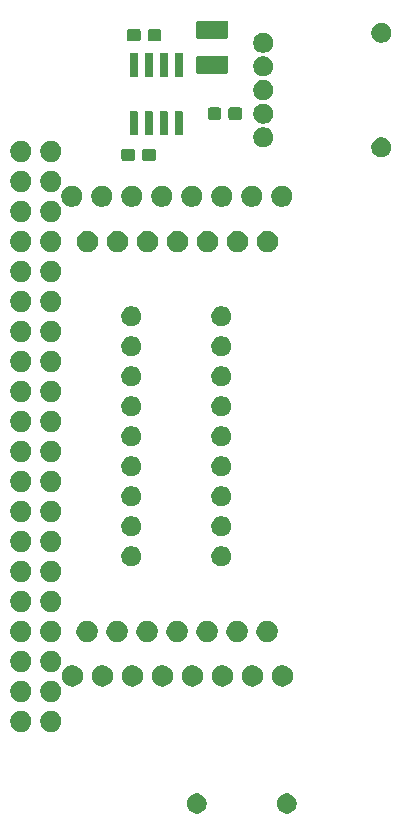
<source format=gbs>
G04 #@! TF.GenerationSoftware,KiCad,Pcbnew,(5.1.5-0-10_14)*
G04 #@! TF.CreationDate,2019-12-11T23:03:34+09:00*
G04 #@! TF.ProjectId,RPiWD_Main,52506957-445f-44d6-9169-6e2e6b696361,rev?*
G04 #@! TF.SameCoordinates,Original*
G04 #@! TF.FileFunction,Soldermask,Bot*
G04 #@! TF.FilePolarity,Negative*
%FSLAX46Y46*%
G04 Gerber Fmt 4.6, Leading zero omitted, Abs format (unit mm)*
G04 Created by KiCad (PCBNEW (5.1.5-0-10_14)) date 2019-12-11 23:03:34*
%MOMM*%
%LPD*%
G04 APERTURE LIST*
%ADD10C,0.100000*%
G04 APERTURE END LIST*
D10*
G36*
X169513828Y-127784003D02*
G01*
X169668700Y-127848153D01*
X169808081Y-127941285D01*
X169926615Y-128059819D01*
X170019747Y-128199200D01*
X170083897Y-128354072D01*
X170116600Y-128518484D01*
X170116600Y-128686116D01*
X170083897Y-128850528D01*
X170019747Y-129005400D01*
X169926615Y-129144781D01*
X169808081Y-129263315D01*
X169668700Y-129356447D01*
X169513828Y-129420597D01*
X169349416Y-129453300D01*
X169181784Y-129453300D01*
X169017372Y-129420597D01*
X168862500Y-129356447D01*
X168723119Y-129263315D01*
X168604585Y-129144781D01*
X168511453Y-129005400D01*
X168447303Y-128850528D01*
X168414600Y-128686116D01*
X168414600Y-128518484D01*
X168447303Y-128354072D01*
X168511453Y-128199200D01*
X168604585Y-128059819D01*
X168723119Y-127941285D01*
X168862500Y-127848153D01*
X169017372Y-127784003D01*
X169181784Y-127751300D01*
X169349416Y-127751300D01*
X169513828Y-127784003D01*
G37*
G36*
X161893828Y-127784003D02*
G01*
X162048700Y-127848153D01*
X162188081Y-127941285D01*
X162306615Y-128059819D01*
X162399747Y-128199200D01*
X162463897Y-128354072D01*
X162496600Y-128518484D01*
X162496600Y-128686116D01*
X162463897Y-128850528D01*
X162399747Y-129005400D01*
X162306615Y-129144781D01*
X162188081Y-129263315D01*
X162048700Y-129356447D01*
X161893828Y-129420597D01*
X161729416Y-129453300D01*
X161561784Y-129453300D01*
X161397372Y-129420597D01*
X161242500Y-129356447D01*
X161103119Y-129263315D01*
X160984585Y-129144781D01*
X160891453Y-129005400D01*
X160827303Y-128850528D01*
X160794600Y-128686116D01*
X160794600Y-128518484D01*
X160827303Y-128354072D01*
X160891453Y-128199200D01*
X160984585Y-128059819D01*
X161103119Y-127941285D01*
X161242500Y-127848153D01*
X161397372Y-127784003D01*
X161561784Y-127751300D01*
X161729416Y-127751300D01*
X161893828Y-127784003D01*
G37*
G36*
X146873512Y-120754127D02*
G01*
X147022812Y-120783824D01*
X147186784Y-120851744D01*
X147334354Y-120950347D01*
X147459853Y-121075846D01*
X147558456Y-121223416D01*
X147626376Y-121387388D01*
X147661000Y-121561459D01*
X147661000Y-121738941D01*
X147626376Y-121913012D01*
X147558456Y-122076984D01*
X147459853Y-122224554D01*
X147334354Y-122350053D01*
X147186784Y-122448656D01*
X147022812Y-122516576D01*
X146873512Y-122546273D01*
X146848742Y-122551200D01*
X146671258Y-122551200D01*
X146646488Y-122546273D01*
X146497188Y-122516576D01*
X146333216Y-122448656D01*
X146185646Y-122350053D01*
X146060147Y-122224554D01*
X145961544Y-122076984D01*
X145893624Y-121913012D01*
X145859000Y-121738941D01*
X145859000Y-121561459D01*
X145893624Y-121387388D01*
X145961544Y-121223416D01*
X146060147Y-121075846D01*
X146185646Y-120950347D01*
X146333216Y-120851744D01*
X146497188Y-120783824D01*
X146646488Y-120754127D01*
X146671258Y-120749200D01*
X146848742Y-120749200D01*
X146873512Y-120754127D01*
G37*
G36*
X149413512Y-120754127D02*
G01*
X149562812Y-120783824D01*
X149726784Y-120851744D01*
X149874354Y-120950347D01*
X149999853Y-121075846D01*
X150098456Y-121223416D01*
X150166376Y-121387388D01*
X150201000Y-121561459D01*
X150201000Y-121738941D01*
X150166376Y-121913012D01*
X150098456Y-122076984D01*
X149999853Y-122224554D01*
X149874354Y-122350053D01*
X149726784Y-122448656D01*
X149562812Y-122516576D01*
X149413512Y-122546273D01*
X149388742Y-122551200D01*
X149211258Y-122551200D01*
X149186488Y-122546273D01*
X149037188Y-122516576D01*
X148873216Y-122448656D01*
X148725646Y-122350053D01*
X148600147Y-122224554D01*
X148501544Y-122076984D01*
X148433624Y-121913012D01*
X148399000Y-121738941D01*
X148399000Y-121561459D01*
X148433624Y-121387388D01*
X148501544Y-121223416D01*
X148600147Y-121075846D01*
X148725646Y-120950347D01*
X148873216Y-120851744D01*
X149037188Y-120783824D01*
X149186488Y-120754127D01*
X149211258Y-120749200D01*
X149388742Y-120749200D01*
X149413512Y-120754127D01*
G37*
G36*
X149413512Y-118214127D02*
G01*
X149562812Y-118243824D01*
X149726784Y-118311744D01*
X149874354Y-118410347D01*
X149999853Y-118535846D01*
X150098456Y-118683416D01*
X150166376Y-118847388D01*
X150201000Y-119021459D01*
X150201000Y-119198941D01*
X150166376Y-119373012D01*
X150098456Y-119536984D01*
X149999853Y-119684554D01*
X149874354Y-119810053D01*
X149726784Y-119908656D01*
X149562812Y-119976576D01*
X149413512Y-120006273D01*
X149388742Y-120011200D01*
X149211258Y-120011200D01*
X149186488Y-120006273D01*
X149037188Y-119976576D01*
X148873216Y-119908656D01*
X148725646Y-119810053D01*
X148600147Y-119684554D01*
X148501544Y-119536984D01*
X148433624Y-119373012D01*
X148399000Y-119198941D01*
X148399000Y-119021459D01*
X148433624Y-118847388D01*
X148501544Y-118683416D01*
X148600147Y-118535846D01*
X148725646Y-118410347D01*
X148873216Y-118311744D01*
X149037188Y-118243824D01*
X149186488Y-118214127D01*
X149211258Y-118209200D01*
X149388742Y-118209200D01*
X149413512Y-118214127D01*
G37*
G36*
X146873512Y-118214127D02*
G01*
X147022812Y-118243824D01*
X147186784Y-118311744D01*
X147334354Y-118410347D01*
X147459853Y-118535846D01*
X147558456Y-118683416D01*
X147626376Y-118847388D01*
X147661000Y-119021459D01*
X147661000Y-119198941D01*
X147626376Y-119373012D01*
X147558456Y-119536984D01*
X147459853Y-119684554D01*
X147334354Y-119810053D01*
X147186784Y-119908656D01*
X147022812Y-119976576D01*
X146873512Y-120006273D01*
X146848742Y-120011200D01*
X146671258Y-120011200D01*
X146646488Y-120006273D01*
X146497188Y-119976576D01*
X146333216Y-119908656D01*
X146185646Y-119810053D01*
X146060147Y-119684554D01*
X145961544Y-119536984D01*
X145893624Y-119373012D01*
X145859000Y-119198941D01*
X145859000Y-119021459D01*
X145893624Y-118847388D01*
X145961544Y-118683416D01*
X146060147Y-118535846D01*
X146185646Y-118410347D01*
X146333216Y-118311744D01*
X146497188Y-118243824D01*
X146646488Y-118214127D01*
X146671258Y-118209200D01*
X146848742Y-118209200D01*
X146873512Y-118214127D01*
G37*
G36*
X153773512Y-116904127D02*
G01*
X153922812Y-116933824D01*
X154086784Y-117001744D01*
X154234354Y-117100347D01*
X154359853Y-117225846D01*
X154458456Y-117373416D01*
X154526376Y-117537388D01*
X154561000Y-117711459D01*
X154561000Y-117888941D01*
X154526376Y-118063012D01*
X154458456Y-118226984D01*
X154359853Y-118374554D01*
X154234354Y-118500053D01*
X154086784Y-118598656D01*
X153922812Y-118666576D01*
X153773512Y-118696273D01*
X153748742Y-118701200D01*
X153571258Y-118701200D01*
X153546488Y-118696273D01*
X153397188Y-118666576D01*
X153233216Y-118598656D01*
X153085646Y-118500053D01*
X152960147Y-118374554D01*
X152861544Y-118226984D01*
X152793624Y-118063012D01*
X152759000Y-117888941D01*
X152759000Y-117711459D01*
X152793624Y-117537388D01*
X152861544Y-117373416D01*
X152960147Y-117225846D01*
X153085646Y-117100347D01*
X153233216Y-117001744D01*
X153397188Y-116933824D01*
X153546488Y-116904127D01*
X153571258Y-116899200D01*
X153748742Y-116899200D01*
X153773512Y-116904127D01*
G37*
G36*
X151233512Y-116904127D02*
G01*
X151382812Y-116933824D01*
X151546784Y-117001744D01*
X151694354Y-117100347D01*
X151819853Y-117225846D01*
X151918456Y-117373416D01*
X151986376Y-117537388D01*
X152021000Y-117711459D01*
X152021000Y-117888941D01*
X151986376Y-118063012D01*
X151918456Y-118226984D01*
X151819853Y-118374554D01*
X151694354Y-118500053D01*
X151546784Y-118598656D01*
X151382812Y-118666576D01*
X151233512Y-118696273D01*
X151208742Y-118701200D01*
X151031258Y-118701200D01*
X151006488Y-118696273D01*
X150857188Y-118666576D01*
X150693216Y-118598656D01*
X150545646Y-118500053D01*
X150420147Y-118374554D01*
X150321544Y-118226984D01*
X150253624Y-118063012D01*
X150219000Y-117888941D01*
X150219000Y-117711459D01*
X150253624Y-117537388D01*
X150321544Y-117373416D01*
X150420147Y-117225846D01*
X150545646Y-117100347D01*
X150693216Y-117001744D01*
X150857188Y-116933824D01*
X151006488Y-116904127D01*
X151031258Y-116899200D01*
X151208742Y-116899200D01*
X151233512Y-116904127D01*
G37*
G36*
X169013512Y-116904127D02*
G01*
X169162812Y-116933824D01*
X169326784Y-117001744D01*
X169474354Y-117100347D01*
X169599853Y-117225846D01*
X169698456Y-117373416D01*
X169766376Y-117537388D01*
X169801000Y-117711459D01*
X169801000Y-117888941D01*
X169766376Y-118063012D01*
X169698456Y-118226984D01*
X169599853Y-118374554D01*
X169474354Y-118500053D01*
X169326784Y-118598656D01*
X169162812Y-118666576D01*
X169013512Y-118696273D01*
X168988742Y-118701200D01*
X168811258Y-118701200D01*
X168786488Y-118696273D01*
X168637188Y-118666576D01*
X168473216Y-118598656D01*
X168325646Y-118500053D01*
X168200147Y-118374554D01*
X168101544Y-118226984D01*
X168033624Y-118063012D01*
X167999000Y-117888941D01*
X167999000Y-117711459D01*
X168033624Y-117537388D01*
X168101544Y-117373416D01*
X168200147Y-117225846D01*
X168325646Y-117100347D01*
X168473216Y-117001744D01*
X168637188Y-116933824D01*
X168786488Y-116904127D01*
X168811258Y-116899200D01*
X168988742Y-116899200D01*
X169013512Y-116904127D01*
G37*
G36*
X166473512Y-116904127D02*
G01*
X166622812Y-116933824D01*
X166786784Y-117001744D01*
X166934354Y-117100347D01*
X167059853Y-117225846D01*
X167158456Y-117373416D01*
X167226376Y-117537388D01*
X167261000Y-117711459D01*
X167261000Y-117888941D01*
X167226376Y-118063012D01*
X167158456Y-118226984D01*
X167059853Y-118374554D01*
X166934354Y-118500053D01*
X166786784Y-118598656D01*
X166622812Y-118666576D01*
X166473512Y-118696273D01*
X166448742Y-118701200D01*
X166271258Y-118701200D01*
X166246488Y-118696273D01*
X166097188Y-118666576D01*
X165933216Y-118598656D01*
X165785646Y-118500053D01*
X165660147Y-118374554D01*
X165561544Y-118226984D01*
X165493624Y-118063012D01*
X165459000Y-117888941D01*
X165459000Y-117711459D01*
X165493624Y-117537388D01*
X165561544Y-117373416D01*
X165660147Y-117225846D01*
X165785646Y-117100347D01*
X165933216Y-117001744D01*
X166097188Y-116933824D01*
X166246488Y-116904127D01*
X166271258Y-116899200D01*
X166448742Y-116899200D01*
X166473512Y-116904127D01*
G37*
G36*
X163933512Y-116904127D02*
G01*
X164082812Y-116933824D01*
X164246784Y-117001744D01*
X164394354Y-117100347D01*
X164519853Y-117225846D01*
X164618456Y-117373416D01*
X164686376Y-117537388D01*
X164721000Y-117711459D01*
X164721000Y-117888941D01*
X164686376Y-118063012D01*
X164618456Y-118226984D01*
X164519853Y-118374554D01*
X164394354Y-118500053D01*
X164246784Y-118598656D01*
X164082812Y-118666576D01*
X163933512Y-118696273D01*
X163908742Y-118701200D01*
X163731258Y-118701200D01*
X163706488Y-118696273D01*
X163557188Y-118666576D01*
X163393216Y-118598656D01*
X163245646Y-118500053D01*
X163120147Y-118374554D01*
X163021544Y-118226984D01*
X162953624Y-118063012D01*
X162919000Y-117888941D01*
X162919000Y-117711459D01*
X162953624Y-117537388D01*
X163021544Y-117373416D01*
X163120147Y-117225846D01*
X163245646Y-117100347D01*
X163393216Y-117001744D01*
X163557188Y-116933824D01*
X163706488Y-116904127D01*
X163731258Y-116899200D01*
X163908742Y-116899200D01*
X163933512Y-116904127D01*
G37*
G36*
X161393512Y-116904127D02*
G01*
X161542812Y-116933824D01*
X161706784Y-117001744D01*
X161854354Y-117100347D01*
X161979853Y-117225846D01*
X162078456Y-117373416D01*
X162146376Y-117537388D01*
X162181000Y-117711459D01*
X162181000Y-117888941D01*
X162146376Y-118063012D01*
X162078456Y-118226984D01*
X161979853Y-118374554D01*
X161854354Y-118500053D01*
X161706784Y-118598656D01*
X161542812Y-118666576D01*
X161393512Y-118696273D01*
X161368742Y-118701200D01*
X161191258Y-118701200D01*
X161166488Y-118696273D01*
X161017188Y-118666576D01*
X160853216Y-118598656D01*
X160705646Y-118500053D01*
X160580147Y-118374554D01*
X160481544Y-118226984D01*
X160413624Y-118063012D01*
X160379000Y-117888941D01*
X160379000Y-117711459D01*
X160413624Y-117537388D01*
X160481544Y-117373416D01*
X160580147Y-117225846D01*
X160705646Y-117100347D01*
X160853216Y-117001744D01*
X161017188Y-116933824D01*
X161166488Y-116904127D01*
X161191258Y-116899200D01*
X161368742Y-116899200D01*
X161393512Y-116904127D01*
G37*
G36*
X158853512Y-116904127D02*
G01*
X159002812Y-116933824D01*
X159166784Y-117001744D01*
X159314354Y-117100347D01*
X159439853Y-117225846D01*
X159538456Y-117373416D01*
X159606376Y-117537388D01*
X159641000Y-117711459D01*
X159641000Y-117888941D01*
X159606376Y-118063012D01*
X159538456Y-118226984D01*
X159439853Y-118374554D01*
X159314354Y-118500053D01*
X159166784Y-118598656D01*
X159002812Y-118666576D01*
X158853512Y-118696273D01*
X158828742Y-118701200D01*
X158651258Y-118701200D01*
X158626488Y-118696273D01*
X158477188Y-118666576D01*
X158313216Y-118598656D01*
X158165646Y-118500053D01*
X158040147Y-118374554D01*
X157941544Y-118226984D01*
X157873624Y-118063012D01*
X157839000Y-117888941D01*
X157839000Y-117711459D01*
X157873624Y-117537388D01*
X157941544Y-117373416D01*
X158040147Y-117225846D01*
X158165646Y-117100347D01*
X158313216Y-117001744D01*
X158477188Y-116933824D01*
X158626488Y-116904127D01*
X158651258Y-116899200D01*
X158828742Y-116899200D01*
X158853512Y-116904127D01*
G37*
G36*
X156313512Y-116904127D02*
G01*
X156462812Y-116933824D01*
X156626784Y-117001744D01*
X156774354Y-117100347D01*
X156899853Y-117225846D01*
X156998456Y-117373416D01*
X157066376Y-117537388D01*
X157101000Y-117711459D01*
X157101000Y-117888941D01*
X157066376Y-118063012D01*
X156998456Y-118226984D01*
X156899853Y-118374554D01*
X156774354Y-118500053D01*
X156626784Y-118598656D01*
X156462812Y-118666576D01*
X156313512Y-118696273D01*
X156288742Y-118701200D01*
X156111258Y-118701200D01*
X156086488Y-118696273D01*
X155937188Y-118666576D01*
X155773216Y-118598656D01*
X155625646Y-118500053D01*
X155500147Y-118374554D01*
X155401544Y-118226984D01*
X155333624Y-118063012D01*
X155299000Y-117888941D01*
X155299000Y-117711459D01*
X155333624Y-117537388D01*
X155401544Y-117373416D01*
X155500147Y-117225846D01*
X155625646Y-117100347D01*
X155773216Y-117001744D01*
X155937188Y-116933824D01*
X156086488Y-116904127D01*
X156111258Y-116899200D01*
X156288742Y-116899200D01*
X156313512Y-116904127D01*
G37*
G36*
X149413512Y-115674127D02*
G01*
X149562812Y-115703824D01*
X149726784Y-115771744D01*
X149874354Y-115870347D01*
X149999853Y-115995846D01*
X150098456Y-116143416D01*
X150166376Y-116307388D01*
X150201000Y-116481459D01*
X150201000Y-116658941D01*
X150166376Y-116833012D01*
X150098456Y-116996984D01*
X149999853Y-117144554D01*
X149874354Y-117270053D01*
X149726784Y-117368656D01*
X149562812Y-117436576D01*
X149413512Y-117466273D01*
X149388742Y-117471200D01*
X149211258Y-117471200D01*
X149186488Y-117466273D01*
X149037188Y-117436576D01*
X148873216Y-117368656D01*
X148725646Y-117270053D01*
X148600147Y-117144554D01*
X148501544Y-116996984D01*
X148433624Y-116833012D01*
X148399000Y-116658941D01*
X148399000Y-116481459D01*
X148433624Y-116307388D01*
X148501544Y-116143416D01*
X148600147Y-115995846D01*
X148725646Y-115870347D01*
X148873216Y-115771744D01*
X149037188Y-115703824D01*
X149186488Y-115674127D01*
X149211258Y-115669200D01*
X149388742Y-115669200D01*
X149413512Y-115674127D01*
G37*
G36*
X146873512Y-115674127D02*
G01*
X147022812Y-115703824D01*
X147186784Y-115771744D01*
X147334354Y-115870347D01*
X147459853Y-115995846D01*
X147558456Y-116143416D01*
X147626376Y-116307388D01*
X147661000Y-116481459D01*
X147661000Y-116658941D01*
X147626376Y-116833012D01*
X147558456Y-116996984D01*
X147459853Y-117144554D01*
X147334354Y-117270053D01*
X147186784Y-117368656D01*
X147022812Y-117436576D01*
X146873512Y-117466273D01*
X146848742Y-117471200D01*
X146671258Y-117471200D01*
X146646488Y-117466273D01*
X146497188Y-117436576D01*
X146333216Y-117368656D01*
X146185646Y-117270053D01*
X146060147Y-117144554D01*
X145961544Y-116996984D01*
X145893624Y-116833012D01*
X145859000Y-116658941D01*
X145859000Y-116481459D01*
X145893624Y-116307388D01*
X145961544Y-116143416D01*
X146060147Y-115995846D01*
X146185646Y-115870347D01*
X146333216Y-115771744D01*
X146497188Y-115703824D01*
X146646488Y-115674127D01*
X146671258Y-115669200D01*
X146848742Y-115669200D01*
X146873512Y-115674127D01*
G37*
G36*
X152488112Y-113139327D02*
G01*
X152637412Y-113169024D01*
X152801384Y-113236944D01*
X152948954Y-113335547D01*
X153074453Y-113461046D01*
X153173056Y-113608616D01*
X153240976Y-113772588D01*
X153270673Y-113921888D01*
X153274566Y-113941458D01*
X153275600Y-113946659D01*
X153275600Y-114124141D01*
X153240976Y-114298212D01*
X153173056Y-114462184D01*
X153074453Y-114609754D01*
X152948954Y-114735253D01*
X152801384Y-114833856D01*
X152637412Y-114901776D01*
X152489484Y-114931200D01*
X152463342Y-114936400D01*
X152285858Y-114936400D01*
X152259716Y-114931200D01*
X152111788Y-114901776D01*
X151947816Y-114833856D01*
X151800246Y-114735253D01*
X151674747Y-114609754D01*
X151576144Y-114462184D01*
X151508224Y-114298212D01*
X151473600Y-114124141D01*
X151473600Y-113946659D01*
X151474635Y-113941458D01*
X151478527Y-113921888D01*
X151508224Y-113772588D01*
X151576144Y-113608616D01*
X151674747Y-113461046D01*
X151800246Y-113335547D01*
X151947816Y-113236944D01*
X152111788Y-113169024D01*
X152261088Y-113139327D01*
X152285858Y-113134400D01*
X152463342Y-113134400D01*
X152488112Y-113139327D01*
G37*
G36*
X155028112Y-113139327D02*
G01*
X155177412Y-113169024D01*
X155341384Y-113236944D01*
X155488954Y-113335547D01*
X155614453Y-113461046D01*
X155713056Y-113608616D01*
X155780976Y-113772588D01*
X155810673Y-113921888D01*
X155814566Y-113941458D01*
X155815600Y-113946659D01*
X155815600Y-114124141D01*
X155780976Y-114298212D01*
X155713056Y-114462184D01*
X155614453Y-114609754D01*
X155488954Y-114735253D01*
X155341384Y-114833856D01*
X155177412Y-114901776D01*
X155029484Y-114931200D01*
X155003342Y-114936400D01*
X154825858Y-114936400D01*
X154799716Y-114931200D01*
X154651788Y-114901776D01*
X154487816Y-114833856D01*
X154340246Y-114735253D01*
X154214747Y-114609754D01*
X154116144Y-114462184D01*
X154048224Y-114298212D01*
X154013600Y-114124141D01*
X154013600Y-113946659D01*
X154014635Y-113941458D01*
X154018527Y-113921888D01*
X154048224Y-113772588D01*
X154116144Y-113608616D01*
X154214747Y-113461046D01*
X154340246Y-113335547D01*
X154487816Y-113236944D01*
X154651788Y-113169024D01*
X154801088Y-113139327D01*
X154825858Y-113134400D01*
X155003342Y-113134400D01*
X155028112Y-113139327D01*
G37*
G36*
X157568112Y-113139327D02*
G01*
X157717412Y-113169024D01*
X157881384Y-113236944D01*
X158028954Y-113335547D01*
X158154453Y-113461046D01*
X158253056Y-113608616D01*
X158320976Y-113772588D01*
X158350673Y-113921888D01*
X158354566Y-113941458D01*
X158355600Y-113946659D01*
X158355600Y-114124141D01*
X158320976Y-114298212D01*
X158253056Y-114462184D01*
X158154453Y-114609754D01*
X158028954Y-114735253D01*
X157881384Y-114833856D01*
X157717412Y-114901776D01*
X157569484Y-114931200D01*
X157543342Y-114936400D01*
X157365858Y-114936400D01*
X157339716Y-114931200D01*
X157191788Y-114901776D01*
X157027816Y-114833856D01*
X156880246Y-114735253D01*
X156754747Y-114609754D01*
X156656144Y-114462184D01*
X156588224Y-114298212D01*
X156553600Y-114124141D01*
X156553600Y-113946659D01*
X156554635Y-113941458D01*
X156558527Y-113921888D01*
X156588224Y-113772588D01*
X156656144Y-113608616D01*
X156754747Y-113461046D01*
X156880246Y-113335547D01*
X157027816Y-113236944D01*
X157191788Y-113169024D01*
X157341088Y-113139327D01*
X157365858Y-113134400D01*
X157543342Y-113134400D01*
X157568112Y-113139327D01*
G37*
G36*
X167728112Y-113139327D02*
G01*
X167877412Y-113169024D01*
X168041384Y-113236944D01*
X168188954Y-113335547D01*
X168314453Y-113461046D01*
X168413056Y-113608616D01*
X168480976Y-113772588D01*
X168510673Y-113921888D01*
X168514566Y-113941458D01*
X168515600Y-113946659D01*
X168515600Y-114124141D01*
X168480976Y-114298212D01*
X168413056Y-114462184D01*
X168314453Y-114609754D01*
X168188954Y-114735253D01*
X168041384Y-114833856D01*
X167877412Y-114901776D01*
X167729484Y-114931200D01*
X167703342Y-114936400D01*
X167525858Y-114936400D01*
X167499716Y-114931200D01*
X167351788Y-114901776D01*
X167187816Y-114833856D01*
X167040246Y-114735253D01*
X166914747Y-114609754D01*
X166816144Y-114462184D01*
X166748224Y-114298212D01*
X166713600Y-114124141D01*
X166713600Y-113946659D01*
X166714635Y-113941458D01*
X166718527Y-113921888D01*
X166748224Y-113772588D01*
X166816144Y-113608616D01*
X166914747Y-113461046D01*
X167040246Y-113335547D01*
X167187816Y-113236944D01*
X167351788Y-113169024D01*
X167501088Y-113139327D01*
X167525858Y-113134400D01*
X167703342Y-113134400D01*
X167728112Y-113139327D01*
G37*
G36*
X165188112Y-113139327D02*
G01*
X165337412Y-113169024D01*
X165501384Y-113236944D01*
X165648954Y-113335547D01*
X165774453Y-113461046D01*
X165873056Y-113608616D01*
X165940976Y-113772588D01*
X165970673Y-113921888D01*
X165974566Y-113941458D01*
X165975600Y-113946659D01*
X165975600Y-114124141D01*
X165940976Y-114298212D01*
X165873056Y-114462184D01*
X165774453Y-114609754D01*
X165648954Y-114735253D01*
X165501384Y-114833856D01*
X165337412Y-114901776D01*
X165189484Y-114931200D01*
X165163342Y-114936400D01*
X164985858Y-114936400D01*
X164959716Y-114931200D01*
X164811788Y-114901776D01*
X164647816Y-114833856D01*
X164500246Y-114735253D01*
X164374747Y-114609754D01*
X164276144Y-114462184D01*
X164208224Y-114298212D01*
X164173600Y-114124141D01*
X164173600Y-113946659D01*
X164174635Y-113941458D01*
X164178527Y-113921888D01*
X164208224Y-113772588D01*
X164276144Y-113608616D01*
X164374747Y-113461046D01*
X164500246Y-113335547D01*
X164647816Y-113236944D01*
X164811788Y-113169024D01*
X164961088Y-113139327D01*
X164985858Y-113134400D01*
X165163342Y-113134400D01*
X165188112Y-113139327D01*
G37*
G36*
X160108112Y-113139327D02*
G01*
X160257412Y-113169024D01*
X160421384Y-113236944D01*
X160568954Y-113335547D01*
X160694453Y-113461046D01*
X160793056Y-113608616D01*
X160860976Y-113772588D01*
X160890673Y-113921888D01*
X160894566Y-113941458D01*
X160895600Y-113946659D01*
X160895600Y-114124141D01*
X160860976Y-114298212D01*
X160793056Y-114462184D01*
X160694453Y-114609754D01*
X160568954Y-114735253D01*
X160421384Y-114833856D01*
X160257412Y-114901776D01*
X160109484Y-114931200D01*
X160083342Y-114936400D01*
X159905858Y-114936400D01*
X159879716Y-114931200D01*
X159731788Y-114901776D01*
X159567816Y-114833856D01*
X159420246Y-114735253D01*
X159294747Y-114609754D01*
X159196144Y-114462184D01*
X159128224Y-114298212D01*
X159093600Y-114124141D01*
X159093600Y-113946659D01*
X159094635Y-113941458D01*
X159098527Y-113921888D01*
X159128224Y-113772588D01*
X159196144Y-113608616D01*
X159294747Y-113461046D01*
X159420246Y-113335547D01*
X159567816Y-113236944D01*
X159731788Y-113169024D01*
X159881088Y-113139327D01*
X159905858Y-113134400D01*
X160083342Y-113134400D01*
X160108112Y-113139327D01*
G37*
G36*
X162648112Y-113139327D02*
G01*
X162797412Y-113169024D01*
X162961384Y-113236944D01*
X163108954Y-113335547D01*
X163234453Y-113461046D01*
X163333056Y-113608616D01*
X163400976Y-113772588D01*
X163430673Y-113921888D01*
X163434566Y-113941458D01*
X163435600Y-113946659D01*
X163435600Y-114124141D01*
X163400976Y-114298212D01*
X163333056Y-114462184D01*
X163234453Y-114609754D01*
X163108954Y-114735253D01*
X162961384Y-114833856D01*
X162797412Y-114901776D01*
X162649484Y-114931200D01*
X162623342Y-114936400D01*
X162445858Y-114936400D01*
X162419716Y-114931200D01*
X162271788Y-114901776D01*
X162107816Y-114833856D01*
X161960246Y-114735253D01*
X161834747Y-114609754D01*
X161736144Y-114462184D01*
X161668224Y-114298212D01*
X161633600Y-114124141D01*
X161633600Y-113946659D01*
X161634635Y-113941458D01*
X161638527Y-113921888D01*
X161668224Y-113772588D01*
X161736144Y-113608616D01*
X161834747Y-113461046D01*
X161960246Y-113335547D01*
X162107816Y-113236944D01*
X162271788Y-113169024D01*
X162421088Y-113139327D01*
X162445858Y-113134400D01*
X162623342Y-113134400D01*
X162648112Y-113139327D01*
G37*
G36*
X146873512Y-113134127D02*
G01*
X147022812Y-113163824D01*
X147186784Y-113231744D01*
X147334354Y-113330347D01*
X147459853Y-113455846D01*
X147558456Y-113603416D01*
X147626376Y-113767388D01*
X147656073Y-113916688D01*
X147661000Y-113941458D01*
X147661000Y-114118942D01*
X147656073Y-114143712D01*
X147626376Y-114293012D01*
X147558456Y-114456984D01*
X147459853Y-114604554D01*
X147334354Y-114730053D01*
X147186784Y-114828656D01*
X147022812Y-114896576D01*
X146873512Y-114926273D01*
X146848742Y-114931200D01*
X146671258Y-114931200D01*
X146646488Y-114926273D01*
X146497188Y-114896576D01*
X146333216Y-114828656D01*
X146185646Y-114730053D01*
X146060147Y-114604554D01*
X145961544Y-114456984D01*
X145893624Y-114293012D01*
X145863927Y-114143712D01*
X145859000Y-114118942D01*
X145859000Y-113941458D01*
X145863927Y-113916688D01*
X145893624Y-113767388D01*
X145961544Y-113603416D01*
X146060147Y-113455846D01*
X146185646Y-113330347D01*
X146333216Y-113231744D01*
X146497188Y-113163824D01*
X146646488Y-113134127D01*
X146671258Y-113129200D01*
X146848742Y-113129200D01*
X146873512Y-113134127D01*
G37*
G36*
X149413512Y-113134127D02*
G01*
X149562812Y-113163824D01*
X149726784Y-113231744D01*
X149874354Y-113330347D01*
X149999853Y-113455846D01*
X150098456Y-113603416D01*
X150166376Y-113767388D01*
X150196073Y-113916688D01*
X150201000Y-113941458D01*
X150201000Y-114118942D01*
X150196073Y-114143712D01*
X150166376Y-114293012D01*
X150098456Y-114456984D01*
X149999853Y-114604554D01*
X149874354Y-114730053D01*
X149726784Y-114828656D01*
X149562812Y-114896576D01*
X149413512Y-114926273D01*
X149388742Y-114931200D01*
X149211258Y-114931200D01*
X149186488Y-114926273D01*
X149037188Y-114896576D01*
X148873216Y-114828656D01*
X148725646Y-114730053D01*
X148600147Y-114604554D01*
X148501544Y-114456984D01*
X148433624Y-114293012D01*
X148403927Y-114143712D01*
X148399000Y-114118942D01*
X148399000Y-113941458D01*
X148403927Y-113916688D01*
X148433624Y-113767388D01*
X148501544Y-113603416D01*
X148600147Y-113455846D01*
X148725646Y-113330347D01*
X148873216Y-113231744D01*
X149037188Y-113163824D01*
X149186488Y-113134127D01*
X149211258Y-113129200D01*
X149388742Y-113129200D01*
X149413512Y-113134127D01*
G37*
G36*
X149413512Y-110594127D02*
G01*
X149562812Y-110623824D01*
X149726784Y-110691744D01*
X149874354Y-110790347D01*
X149999853Y-110915846D01*
X150098456Y-111063416D01*
X150166376Y-111227388D01*
X150201000Y-111401459D01*
X150201000Y-111578941D01*
X150166376Y-111753012D01*
X150098456Y-111916984D01*
X149999853Y-112064554D01*
X149874354Y-112190053D01*
X149726784Y-112288656D01*
X149562812Y-112356576D01*
X149413512Y-112386273D01*
X149388742Y-112391200D01*
X149211258Y-112391200D01*
X149186488Y-112386273D01*
X149037188Y-112356576D01*
X148873216Y-112288656D01*
X148725646Y-112190053D01*
X148600147Y-112064554D01*
X148501544Y-111916984D01*
X148433624Y-111753012D01*
X148399000Y-111578941D01*
X148399000Y-111401459D01*
X148433624Y-111227388D01*
X148501544Y-111063416D01*
X148600147Y-110915846D01*
X148725646Y-110790347D01*
X148873216Y-110691744D01*
X149037188Y-110623824D01*
X149186488Y-110594127D01*
X149211258Y-110589200D01*
X149388742Y-110589200D01*
X149413512Y-110594127D01*
G37*
G36*
X146873512Y-110594127D02*
G01*
X147022812Y-110623824D01*
X147186784Y-110691744D01*
X147334354Y-110790347D01*
X147459853Y-110915846D01*
X147558456Y-111063416D01*
X147626376Y-111227388D01*
X147661000Y-111401459D01*
X147661000Y-111578941D01*
X147626376Y-111753012D01*
X147558456Y-111916984D01*
X147459853Y-112064554D01*
X147334354Y-112190053D01*
X147186784Y-112288656D01*
X147022812Y-112356576D01*
X146873512Y-112386273D01*
X146848742Y-112391200D01*
X146671258Y-112391200D01*
X146646488Y-112386273D01*
X146497188Y-112356576D01*
X146333216Y-112288656D01*
X146185646Y-112190053D01*
X146060147Y-112064554D01*
X145961544Y-111916984D01*
X145893624Y-111753012D01*
X145859000Y-111578941D01*
X145859000Y-111401459D01*
X145893624Y-111227388D01*
X145961544Y-111063416D01*
X146060147Y-110915846D01*
X146185646Y-110790347D01*
X146333216Y-110691744D01*
X146497188Y-110623824D01*
X146646488Y-110594127D01*
X146671258Y-110589200D01*
X146848742Y-110589200D01*
X146873512Y-110594127D01*
G37*
G36*
X146873512Y-108054127D02*
G01*
X147022812Y-108083824D01*
X147186784Y-108151744D01*
X147334354Y-108250347D01*
X147459853Y-108375846D01*
X147558456Y-108523416D01*
X147626376Y-108687388D01*
X147661000Y-108861459D01*
X147661000Y-109038941D01*
X147626376Y-109213012D01*
X147558456Y-109376984D01*
X147459853Y-109524554D01*
X147334354Y-109650053D01*
X147186784Y-109748656D01*
X147022812Y-109816576D01*
X146873512Y-109846273D01*
X146848742Y-109851200D01*
X146671258Y-109851200D01*
X146646488Y-109846273D01*
X146497188Y-109816576D01*
X146333216Y-109748656D01*
X146185646Y-109650053D01*
X146060147Y-109524554D01*
X145961544Y-109376984D01*
X145893624Y-109213012D01*
X145859000Y-109038941D01*
X145859000Y-108861459D01*
X145893624Y-108687388D01*
X145961544Y-108523416D01*
X146060147Y-108375846D01*
X146185646Y-108250347D01*
X146333216Y-108151744D01*
X146497188Y-108083824D01*
X146646488Y-108054127D01*
X146671258Y-108049200D01*
X146848742Y-108049200D01*
X146873512Y-108054127D01*
G37*
G36*
X149413512Y-108054127D02*
G01*
X149562812Y-108083824D01*
X149726784Y-108151744D01*
X149874354Y-108250347D01*
X149999853Y-108375846D01*
X150098456Y-108523416D01*
X150166376Y-108687388D01*
X150201000Y-108861459D01*
X150201000Y-109038941D01*
X150166376Y-109213012D01*
X150098456Y-109376984D01*
X149999853Y-109524554D01*
X149874354Y-109650053D01*
X149726784Y-109748656D01*
X149562812Y-109816576D01*
X149413512Y-109846273D01*
X149388742Y-109851200D01*
X149211258Y-109851200D01*
X149186488Y-109846273D01*
X149037188Y-109816576D01*
X148873216Y-109748656D01*
X148725646Y-109650053D01*
X148600147Y-109524554D01*
X148501544Y-109376984D01*
X148433624Y-109213012D01*
X148399000Y-109038941D01*
X148399000Y-108861459D01*
X148433624Y-108687388D01*
X148501544Y-108523416D01*
X148600147Y-108375846D01*
X148725646Y-108250347D01*
X148873216Y-108151744D01*
X149037188Y-108083824D01*
X149186488Y-108054127D01*
X149211258Y-108049200D01*
X149388742Y-108049200D01*
X149413512Y-108054127D01*
G37*
G36*
X163989328Y-106854403D02*
G01*
X164144200Y-106918553D01*
X164283581Y-107011685D01*
X164402115Y-107130219D01*
X164495247Y-107269600D01*
X164559397Y-107424472D01*
X164592100Y-107588884D01*
X164592100Y-107756516D01*
X164559397Y-107920928D01*
X164495247Y-108075800D01*
X164402115Y-108215181D01*
X164283581Y-108333715D01*
X164144200Y-108426847D01*
X163989328Y-108490997D01*
X163824916Y-108523700D01*
X163657284Y-108523700D01*
X163492872Y-108490997D01*
X163338000Y-108426847D01*
X163198619Y-108333715D01*
X163080085Y-108215181D01*
X162986953Y-108075800D01*
X162922803Y-107920928D01*
X162890100Y-107756516D01*
X162890100Y-107588884D01*
X162922803Y-107424472D01*
X162986953Y-107269600D01*
X163080085Y-107130219D01*
X163198619Y-107011685D01*
X163338000Y-106918553D01*
X163492872Y-106854403D01*
X163657284Y-106821700D01*
X163824916Y-106821700D01*
X163989328Y-106854403D01*
G37*
G36*
X156369328Y-106854403D02*
G01*
X156524200Y-106918553D01*
X156663581Y-107011685D01*
X156782115Y-107130219D01*
X156875247Y-107269600D01*
X156939397Y-107424472D01*
X156972100Y-107588884D01*
X156972100Y-107756516D01*
X156939397Y-107920928D01*
X156875247Y-108075800D01*
X156782115Y-108215181D01*
X156663581Y-108333715D01*
X156524200Y-108426847D01*
X156369328Y-108490997D01*
X156204916Y-108523700D01*
X156037284Y-108523700D01*
X155872872Y-108490997D01*
X155718000Y-108426847D01*
X155578619Y-108333715D01*
X155460085Y-108215181D01*
X155366953Y-108075800D01*
X155302803Y-107920928D01*
X155270100Y-107756516D01*
X155270100Y-107588884D01*
X155302803Y-107424472D01*
X155366953Y-107269600D01*
X155460085Y-107130219D01*
X155578619Y-107011685D01*
X155718000Y-106918553D01*
X155872872Y-106854403D01*
X156037284Y-106821700D01*
X156204916Y-106821700D01*
X156369328Y-106854403D01*
G37*
G36*
X149413512Y-105514127D02*
G01*
X149562812Y-105543824D01*
X149726784Y-105611744D01*
X149874354Y-105710347D01*
X149999853Y-105835846D01*
X150098456Y-105983416D01*
X150166376Y-106147388D01*
X150201000Y-106321459D01*
X150201000Y-106498941D01*
X150166376Y-106673012D01*
X150098456Y-106836984D01*
X149999853Y-106984554D01*
X149874354Y-107110053D01*
X149726784Y-107208656D01*
X149562812Y-107276576D01*
X149413512Y-107306273D01*
X149388742Y-107311200D01*
X149211258Y-107311200D01*
X149186488Y-107306273D01*
X149037188Y-107276576D01*
X148873216Y-107208656D01*
X148725646Y-107110053D01*
X148600147Y-106984554D01*
X148501544Y-106836984D01*
X148433624Y-106673012D01*
X148399000Y-106498941D01*
X148399000Y-106321459D01*
X148433624Y-106147388D01*
X148501544Y-105983416D01*
X148600147Y-105835846D01*
X148725646Y-105710347D01*
X148873216Y-105611744D01*
X149037188Y-105543824D01*
X149186488Y-105514127D01*
X149211258Y-105509200D01*
X149388742Y-105509200D01*
X149413512Y-105514127D01*
G37*
G36*
X146873512Y-105514127D02*
G01*
X147022812Y-105543824D01*
X147186784Y-105611744D01*
X147334354Y-105710347D01*
X147459853Y-105835846D01*
X147558456Y-105983416D01*
X147626376Y-106147388D01*
X147661000Y-106321459D01*
X147661000Y-106498941D01*
X147626376Y-106673012D01*
X147558456Y-106836984D01*
X147459853Y-106984554D01*
X147334354Y-107110053D01*
X147186784Y-107208656D01*
X147022812Y-107276576D01*
X146873512Y-107306273D01*
X146848742Y-107311200D01*
X146671258Y-107311200D01*
X146646488Y-107306273D01*
X146497188Y-107276576D01*
X146333216Y-107208656D01*
X146185646Y-107110053D01*
X146060147Y-106984554D01*
X145961544Y-106836984D01*
X145893624Y-106673012D01*
X145859000Y-106498941D01*
X145859000Y-106321459D01*
X145893624Y-106147388D01*
X145961544Y-105983416D01*
X146060147Y-105835846D01*
X146185646Y-105710347D01*
X146333216Y-105611744D01*
X146497188Y-105543824D01*
X146646488Y-105514127D01*
X146671258Y-105509200D01*
X146848742Y-105509200D01*
X146873512Y-105514127D01*
G37*
G36*
X156369328Y-104314403D02*
G01*
X156524200Y-104378553D01*
X156663581Y-104471685D01*
X156782115Y-104590219D01*
X156875247Y-104729600D01*
X156939397Y-104884472D01*
X156972100Y-105048884D01*
X156972100Y-105216516D01*
X156939397Y-105380928D01*
X156875247Y-105535800D01*
X156782115Y-105675181D01*
X156663581Y-105793715D01*
X156524200Y-105886847D01*
X156369328Y-105950997D01*
X156204916Y-105983700D01*
X156037284Y-105983700D01*
X155872872Y-105950997D01*
X155718000Y-105886847D01*
X155578619Y-105793715D01*
X155460085Y-105675181D01*
X155366953Y-105535800D01*
X155302803Y-105380928D01*
X155270100Y-105216516D01*
X155270100Y-105048884D01*
X155302803Y-104884472D01*
X155366953Y-104729600D01*
X155460085Y-104590219D01*
X155578619Y-104471685D01*
X155718000Y-104378553D01*
X155872872Y-104314403D01*
X156037284Y-104281700D01*
X156204916Y-104281700D01*
X156369328Y-104314403D01*
G37*
G36*
X163989328Y-104314403D02*
G01*
X164144200Y-104378553D01*
X164283581Y-104471685D01*
X164402115Y-104590219D01*
X164495247Y-104729600D01*
X164559397Y-104884472D01*
X164592100Y-105048884D01*
X164592100Y-105216516D01*
X164559397Y-105380928D01*
X164495247Y-105535800D01*
X164402115Y-105675181D01*
X164283581Y-105793715D01*
X164144200Y-105886847D01*
X163989328Y-105950997D01*
X163824916Y-105983700D01*
X163657284Y-105983700D01*
X163492872Y-105950997D01*
X163338000Y-105886847D01*
X163198619Y-105793715D01*
X163080085Y-105675181D01*
X162986953Y-105535800D01*
X162922803Y-105380928D01*
X162890100Y-105216516D01*
X162890100Y-105048884D01*
X162922803Y-104884472D01*
X162986953Y-104729600D01*
X163080085Y-104590219D01*
X163198619Y-104471685D01*
X163338000Y-104378553D01*
X163492872Y-104314403D01*
X163657284Y-104281700D01*
X163824916Y-104281700D01*
X163989328Y-104314403D01*
G37*
G36*
X146873512Y-102974127D02*
G01*
X147022812Y-103003824D01*
X147186784Y-103071744D01*
X147334354Y-103170347D01*
X147459853Y-103295846D01*
X147558456Y-103443416D01*
X147626376Y-103607388D01*
X147661000Y-103781459D01*
X147661000Y-103958941D01*
X147626376Y-104133012D01*
X147558456Y-104296984D01*
X147459853Y-104444554D01*
X147334354Y-104570053D01*
X147186784Y-104668656D01*
X147022812Y-104736576D01*
X146873512Y-104766273D01*
X146848742Y-104771200D01*
X146671258Y-104771200D01*
X146646488Y-104766273D01*
X146497188Y-104736576D01*
X146333216Y-104668656D01*
X146185646Y-104570053D01*
X146060147Y-104444554D01*
X145961544Y-104296984D01*
X145893624Y-104133012D01*
X145859000Y-103958941D01*
X145859000Y-103781459D01*
X145893624Y-103607388D01*
X145961544Y-103443416D01*
X146060147Y-103295846D01*
X146185646Y-103170347D01*
X146333216Y-103071744D01*
X146497188Y-103003824D01*
X146646488Y-102974127D01*
X146671258Y-102969200D01*
X146848742Y-102969200D01*
X146873512Y-102974127D01*
G37*
G36*
X149413512Y-102974127D02*
G01*
X149562812Y-103003824D01*
X149726784Y-103071744D01*
X149874354Y-103170347D01*
X149999853Y-103295846D01*
X150098456Y-103443416D01*
X150166376Y-103607388D01*
X150201000Y-103781459D01*
X150201000Y-103958941D01*
X150166376Y-104133012D01*
X150098456Y-104296984D01*
X149999853Y-104444554D01*
X149874354Y-104570053D01*
X149726784Y-104668656D01*
X149562812Y-104736576D01*
X149413512Y-104766273D01*
X149388742Y-104771200D01*
X149211258Y-104771200D01*
X149186488Y-104766273D01*
X149037188Y-104736576D01*
X148873216Y-104668656D01*
X148725646Y-104570053D01*
X148600147Y-104444554D01*
X148501544Y-104296984D01*
X148433624Y-104133012D01*
X148399000Y-103958941D01*
X148399000Y-103781459D01*
X148433624Y-103607388D01*
X148501544Y-103443416D01*
X148600147Y-103295846D01*
X148725646Y-103170347D01*
X148873216Y-103071744D01*
X149037188Y-103003824D01*
X149186488Y-102974127D01*
X149211258Y-102969200D01*
X149388742Y-102969200D01*
X149413512Y-102974127D01*
G37*
G36*
X156369328Y-101774403D02*
G01*
X156524200Y-101838553D01*
X156663581Y-101931685D01*
X156782115Y-102050219D01*
X156875247Y-102189600D01*
X156939397Y-102344472D01*
X156972100Y-102508884D01*
X156972100Y-102676516D01*
X156939397Y-102840928D01*
X156875247Y-102995800D01*
X156782115Y-103135181D01*
X156663581Y-103253715D01*
X156524200Y-103346847D01*
X156369328Y-103410997D01*
X156204916Y-103443700D01*
X156037284Y-103443700D01*
X155872872Y-103410997D01*
X155718000Y-103346847D01*
X155578619Y-103253715D01*
X155460085Y-103135181D01*
X155366953Y-102995800D01*
X155302803Y-102840928D01*
X155270100Y-102676516D01*
X155270100Y-102508884D01*
X155302803Y-102344472D01*
X155366953Y-102189600D01*
X155460085Y-102050219D01*
X155578619Y-101931685D01*
X155718000Y-101838553D01*
X155872872Y-101774403D01*
X156037284Y-101741700D01*
X156204916Y-101741700D01*
X156369328Y-101774403D01*
G37*
G36*
X163989328Y-101774403D02*
G01*
X164144200Y-101838553D01*
X164283581Y-101931685D01*
X164402115Y-102050219D01*
X164495247Y-102189600D01*
X164559397Y-102344472D01*
X164592100Y-102508884D01*
X164592100Y-102676516D01*
X164559397Y-102840928D01*
X164495247Y-102995800D01*
X164402115Y-103135181D01*
X164283581Y-103253715D01*
X164144200Y-103346847D01*
X163989328Y-103410997D01*
X163824916Y-103443700D01*
X163657284Y-103443700D01*
X163492872Y-103410997D01*
X163338000Y-103346847D01*
X163198619Y-103253715D01*
X163080085Y-103135181D01*
X162986953Y-102995800D01*
X162922803Y-102840928D01*
X162890100Y-102676516D01*
X162890100Y-102508884D01*
X162922803Y-102344472D01*
X162986953Y-102189600D01*
X163080085Y-102050219D01*
X163198619Y-101931685D01*
X163338000Y-101838553D01*
X163492872Y-101774403D01*
X163657284Y-101741700D01*
X163824916Y-101741700D01*
X163989328Y-101774403D01*
G37*
G36*
X149413512Y-100434127D02*
G01*
X149562812Y-100463824D01*
X149726784Y-100531744D01*
X149874354Y-100630347D01*
X149999853Y-100755846D01*
X150098456Y-100903416D01*
X150166376Y-101067388D01*
X150201000Y-101241459D01*
X150201000Y-101418941D01*
X150166376Y-101593012D01*
X150098456Y-101756984D01*
X149999853Y-101904554D01*
X149874354Y-102030053D01*
X149726784Y-102128656D01*
X149562812Y-102196576D01*
X149413512Y-102226273D01*
X149388742Y-102231200D01*
X149211258Y-102231200D01*
X149186488Y-102226273D01*
X149037188Y-102196576D01*
X148873216Y-102128656D01*
X148725646Y-102030053D01*
X148600147Y-101904554D01*
X148501544Y-101756984D01*
X148433624Y-101593012D01*
X148399000Y-101418941D01*
X148399000Y-101241459D01*
X148433624Y-101067388D01*
X148501544Y-100903416D01*
X148600147Y-100755846D01*
X148725646Y-100630347D01*
X148873216Y-100531744D01*
X149037188Y-100463824D01*
X149186488Y-100434127D01*
X149211258Y-100429200D01*
X149388742Y-100429200D01*
X149413512Y-100434127D01*
G37*
G36*
X146873512Y-100434127D02*
G01*
X147022812Y-100463824D01*
X147186784Y-100531744D01*
X147334354Y-100630347D01*
X147459853Y-100755846D01*
X147558456Y-100903416D01*
X147626376Y-101067388D01*
X147661000Y-101241459D01*
X147661000Y-101418941D01*
X147626376Y-101593012D01*
X147558456Y-101756984D01*
X147459853Y-101904554D01*
X147334354Y-102030053D01*
X147186784Y-102128656D01*
X147022812Y-102196576D01*
X146873512Y-102226273D01*
X146848742Y-102231200D01*
X146671258Y-102231200D01*
X146646488Y-102226273D01*
X146497188Y-102196576D01*
X146333216Y-102128656D01*
X146185646Y-102030053D01*
X146060147Y-101904554D01*
X145961544Y-101756984D01*
X145893624Y-101593012D01*
X145859000Y-101418941D01*
X145859000Y-101241459D01*
X145893624Y-101067388D01*
X145961544Y-100903416D01*
X146060147Y-100755846D01*
X146185646Y-100630347D01*
X146333216Y-100531744D01*
X146497188Y-100463824D01*
X146646488Y-100434127D01*
X146671258Y-100429200D01*
X146848742Y-100429200D01*
X146873512Y-100434127D01*
G37*
G36*
X156369328Y-99234403D02*
G01*
X156524200Y-99298553D01*
X156663581Y-99391685D01*
X156782115Y-99510219D01*
X156875247Y-99649600D01*
X156939397Y-99804472D01*
X156972100Y-99968884D01*
X156972100Y-100136516D01*
X156939397Y-100300928D01*
X156875247Y-100455800D01*
X156782115Y-100595181D01*
X156663581Y-100713715D01*
X156524200Y-100806847D01*
X156369328Y-100870997D01*
X156204916Y-100903700D01*
X156037284Y-100903700D01*
X155872872Y-100870997D01*
X155718000Y-100806847D01*
X155578619Y-100713715D01*
X155460085Y-100595181D01*
X155366953Y-100455800D01*
X155302803Y-100300928D01*
X155270100Y-100136516D01*
X155270100Y-99968884D01*
X155302803Y-99804472D01*
X155366953Y-99649600D01*
X155460085Y-99510219D01*
X155578619Y-99391685D01*
X155718000Y-99298553D01*
X155872872Y-99234403D01*
X156037284Y-99201700D01*
X156204916Y-99201700D01*
X156369328Y-99234403D01*
G37*
G36*
X163989328Y-99234403D02*
G01*
X164144200Y-99298553D01*
X164283581Y-99391685D01*
X164402115Y-99510219D01*
X164495247Y-99649600D01*
X164559397Y-99804472D01*
X164592100Y-99968884D01*
X164592100Y-100136516D01*
X164559397Y-100300928D01*
X164495247Y-100455800D01*
X164402115Y-100595181D01*
X164283581Y-100713715D01*
X164144200Y-100806847D01*
X163989328Y-100870997D01*
X163824916Y-100903700D01*
X163657284Y-100903700D01*
X163492872Y-100870997D01*
X163338000Y-100806847D01*
X163198619Y-100713715D01*
X163080085Y-100595181D01*
X162986953Y-100455800D01*
X162922803Y-100300928D01*
X162890100Y-100136516D01*
X162890100Y-99968884D01*
X162922803Y-99804472D01*
X162986953Y-99649600D01*
X163080085Y-99510219D01*
X163198619Y-99391685D01*
X163338000Y-99298553D01*
X163492872Y-99234403D01*
X163657284Y-99201700D01*
X163824916Y-99201700D01*
X163989328Y-99234403D01*
G37*
G36*
X149413512Y-97894127D02*
G01*
X149562812Y-97923824D01*
X149726784Y-97991744D01*
X149874354Y-98090347D01*
X149999853Y-98215846D01*
X150098456Y-98363416D01*
X150166376Y-98527388D01*
X150201000Y-98701459D01*
X150201000Y-98878941D01*
X150166376Y-99053012D01*
X150098456Y-99216984D01*
X149999853Y-99364554D01*
X149874354Y-99490053D01*
X149726784Y-99588656D01*
X149562812Y-99656576D01*
X149413512Y-99686273D01*
X149388742Y-99691200D01*
X149211258Y-99691200D01*
X149186488Y-99686273D01*
X149037188Y-99656576D01*
X148873216Y-99588656D01*
X148725646Y-99490053D01*
X148600147Y-99364554D01*
X148501544Y-99216984D01*
X148433624Y-99053012D01*
X148399000Y-98878941D01*
X148399000Y-98701459D01*
X148433624Y-98527388D01*
X148501544Y-98363416D01*
X148600147Y-98215846D01*
X148725646Y-98090347D01*
X148873216Y-97991744D01*
X149037188Y-97923824D01*
X149186488Y-97894127D01*
X149211258Y-97889200D01*
X149388742Y-97889200D01*
X149413512Y-97894127D01*
G37*
G36*
X146873512Y-97894127D02*
G01*
X147022812Y-97923824D01*
X147186784Y-97991744D01*
X147334354Y-98090347D01*
X147459853Y-98215846D01*
X147558456Y-98363416D01*
X147626376Y-98527388D01*
X147661000Y-98701459D01*
X147661000Y-98878941D01*
X147626376Y-99053012D01*
X147558456Y-99216984D01*
X147459853Y-99364554D01*
X147334354Y-99490053D01*
X147186784Y-99588656D01*
X147022812Y-99656576D01*
X146873512Y-99686273D01*
X146848742Y-99691200D01*
X146671258Y-99691200D01*
X146646488Y-99686273D01*
X146497188Y-99656576D01*
X146333216Y-99588656D01*
X146185646Y-99490053D01*
X146060147Y-99364554D01*
X145961544Y-99216984D01*
X145893624Y-99053012D01*
X145859000Y-98878941D01*
X145859000Y-98701459D01*
X145893624Y-98527388D01*
X145961544Y-98363416D01*
X146060147Y-98215846D01*
X146185646Y-98090347D01*
X146333216Y-97991744D01*
X146497188Y-97923824D01*
X146646488Y-97894127D01*
X146671258Y-97889200D01*
X146848742Y-97889200D01*
X146873512Y-97894127D01*
G37*
G36*
X156369328Y-96694403D02*
G01*
X156524200Y-96758553D01*
X156663581Y-96851685D01*
X156782115Y-96970219D01*
X156875247Y-97109600D01*
X156939397Y-97264472D01*
X156972100Y-97428884D01*
X156972100Y-97596516D01*
X156939397Y-97760928D01*
X156875247Y-97915800D01*
X156782115Y-98055181D01*
X156663581Y-98173715D01*
X156524200Y-98266847D01*
X156369328Y-98330997D01*
X156204916Y-98363700D01*
X156037284Y-98363700D01*
X155872872Y-98330997D01*
X155718000Y-98266847D01*
X155578619Y-98173715D01*
X155460085Y-98055181D01*
X155366953Y-97915800D01*
X155302803Y-97760928D01*
X155270100Y-97596516D01*
X155270100Y-97428884D01*
X155302803Y-97264472D01*
X155366953Y-97109600D01*
X155460085Y-96970219D01*
X155578619Y-96851685D01*
X155718000Y-96758553D01*
X155872872Y-96694403D01*
X156037284Y-96661700D01*
X156204916Y-96661700D01*
X156369328Y-96694403D01*
G37*
G36*
X163989328Y-96694403D02*
G01*
X164144200Y-96758553D01*
X164283581Y-96851685D01*
X164402115Y-96970219D01*
X164495247Y-97109600D01*
X164559397Y-97264472D01*
X164592100Y-97428884D01*
X164592100Y-97596516D01*
X164559397Y-97760928D01*
X164495247Y-97915800D01*
X164402115Y-98055181D01*
X164283581Y-98173715D01*
X164144200Y-98266847D01*
X163989328Y-98330997D01*
X163824916Y-98363700D01*
X163657284Y-98363700D01*
X163492872Y-98330997D01*
X163338000Y-98266847D01*
X163198619Y-98173715D01*
X163080085Y-98055181D01*
X162986953Y-97915800D01*
X162922803Y-97760928D01*
X162890100Y-97596516D01*
X162890100Y-97428884D01*
X162922803Y-97264472D01*
X162986953Y-97109600D01*
X163080085Y-96970219D01*
X163198619Y-96851685D01*
X163338000Y-96758553D01*
X163492872Y-96694403D01*
X163657284Y-96661700D01*
X163824916Y-96661700D01*
X163989328Y-96694403D01*
G37*
G36*
X146873512Y-95354127D02*
G01*
X147022812Y-95383824D01*
X147186784Y-95451744D01*
X147334354Y-95550347D01*
X147459853Y-95675846D01*
X147558456Y-95823416D01*
X147626376Y-95987388D01*
X147661000Y-96161459D01*
X147661000Y-96338941D01*
X147626376Y-96513012D01*
X147558456Y-96676984D01*
X147459853Y-96824554D01*
X147334354Y-96950053D01*
X147186784Y-97048656D01*
X147022812Y-97116576D01*
X146873512Y-97146273D01*
X146848742Y-97151200D01*
X146671258Y-97151200D01*
X146646488Y-97146273D01*
X146497188Y-97116576D01*
X146333216Y-97048656D01*
X146185646Y-96950053D01*
X146060147Y-96824554D01*
X145961544Y-96676984D01*
X145893624Y-96513012D01*
X145859000Y-96338941D01*
X145859000Y-96161459D01*
X145893624Y-95987388D01*
X145961544Y-95823416D01*
X146060147Y-95675846D01*
X146185646Y-95550347D01*
X146333216Y-95451744D01*
X146497188Y-95383824D01*
X146646488Y-95354127D01*
X146671258Y-95349200D01*
X146848742Y-95349200D01*
X146873512Y-95354127D01*
G37*
G36*
X149413512Y-95354127D02*
G01*
X149562812Y-95383824D01*
X149726784Y-95451744D01*
X149874354Y-95550347D01*
X149999853Y-95675846D01*
X150098456Y-95823416D01*
X150166376Y-95987388D01*
X150201000Y-96161459D01*
X150201000Y-96338941D01*
X150166376Y-96513012D01*
X150098456Y-96676984D01*
X149999853Y-96824554D01*
X149874354Y-96950053D01*
X149726784Y-97048656D01*
X149562812Y-97116576D01*
X149413512Y-97146273D01*
X149388742Y-97151200D01*
X149211258Y-97151200D01*
X149186488Y-97146273D01*
X149037188Y-97116576D01*
X148873216Y-97048656D01*
X148725646Y-96950053D01*
X148600147Y-96824554D01*
X148501544Y-96676984D01*
X148433624Y-96513012D01*
X148399000Y-96338941D01*
X148399000Y-96161459D01*
X148433624Y-95987388D01*
X148501544Y-95823416D01*
X148600147Y-95675846D01*
X148725646Y-95550347D01*
X148873216Y-95451744D01*
X149037188Y-95383824D01*
X149186488Y-95354127D01*
X149211258Y-95349200D01*
X149388742Y-95349200D01*
X149413512Y-95354127D01*
G37*
G36*
X156369328Y-94154403D02*
G01*
X156524200Y-94218553D01*
X156663581Y-94311685D01*
X156782115Y-94430219D01*
X156875247Y-94569600D01*
X156939397Y-94724472D01*
X156972100Y-94888884D01*
X156972100Y-95056516D01*
X156939397Y-95220928D01*
X156875247Y-95375800D01*
X156782115Y-95515181D01*
X156663581Y-95633715D01*
X156524200Y-95726847D01*
X156369328Y-95790997D01*
X156204916Y-95823700D01*
X156037284Y-95823700D01*
X155872872Y-95790997D01*
X155718000Y-95726847D01*
X155578619Y-95633715D01*
X155460085Y-95515181D01*
X155366953Y-95375800D01*
X155302803Y-95220928D01*
X155270100Y-95056516D01*
X155270100Y-94888884D01*
X155302803Y-94724472D01*
X155366953Y-94569600D01*
X155460085Y-94430219D01*
X155578619Y-94311685D01*
X155718000Y-94218553D01*
X155872872Y-94154403D01*
X156037284Y-94121700D01*
X156204916Y-94121700D01*
X156369328Y-94154403D01*
G37*
G36*
X163989328Y-94154403D02*
G01*
X164144200Y-94218553D01*
X164283581Y-94311685D01*
X164402115Y-94430219D01*
X164495247Y-94569600D01*
X164559397Y-94724472D01*
X164592100Y-94888884D01*
X164592100Y-95056516D01*
X164559397Y-95220928D01*
X164495247Y-95375800D01*
X164402115Y-95515181D01*
X164283581Y-95633715D01*
X164144200Y-95726847D01*
X163989328Y-95790997D01*
X163824916Y-95823700D01*
X163657284Y-95823700D01*
X163492872Y-95790997D01*
X163338000Y-95726847D01*
X163198619Y-95633715D01*
X163080085Y-95515181D01*
X162986953Y-95375800D01*
X162922803Y-95220928D01*
X162890100Y-95056516D01*
X162890100Y-94888884D01*
X162922803Y-94724472D01*
X162986953Y-94569600D01*
X163080085Y-94430219D01*
X163198619Y-94311685D01*
X163338000Y-94218553D01*
X163492872Y-94154403D01*
X163657284Y-94121700D01*
X163824916Y-94121700D01*
X163989328Y-94154403D01*
G37*
G36*
X146873512Y-92814127D02*
G01*
X147022812Y-92843824D01*
X147186784Y-92911744D01*
X147334354Y-93010347D01*
X147459853Y-93135846D01*
X147558456Y-93283416D01*
X147626376Y-93447388D01*
X147661000Y-93621459D01*
X147661000Y-93798941D01*
X147626376Y-93973012D01*
X147558456Y-94136984D01*
X147459853Y-94284554D01*
X147334354Y-94410053D01*
X147186784Y-94508656D01*
X147022812Y-94576576D01*
X146873512Y-94606273D01*
X146848742Y-94611200D01*
X146671258Y-94611200D01*
X146646488Y-94606273D01*
X146497188Y-94576576D01*
X146333216Y-94508656D01*
X146185646Y-94410053D01*
X146060147Y-94284554D01*
X145961544Y-94136984D01*
X145893624Y-93973012D01*
X145859000Y-93798941D01*
X145859000Y-93621459D01*
X145893624Y-93447388D01*
X145961544Y-93283416D01*
X146060147Y-93135846D01*
X146185646Y-93010347D01*
X146333216Y-92911744D01*
X146497188Y-92843824D01*
X146646488Y-92814127D01*
X146671258Y-92809200D01*
X146848742Y-92809200D01*
X146873512Y-92814127D01*
G37*
G36*
X149413512Y-92814127D02*
G01*
X149562812Y-92843824D01*
X149726784Y-92911744D01*
X149874354Y-93010347D01*
X149999853Y-93135846D01*
X150098456Y-93283416D01*
X150166376Y-93447388D01*
X150201000Y-93621459D01*
X150201000Y-93798941D01*
X150166376Y-93973012D01*
X150098456Y-94136984D01*
X149999853Y-94284554D01*
X149874354Y-94410053D01*
X149726784Y-94508656D01*
X149562812Y-94576576D01*
X149413512Y-94606273D01*
X149388742Y-94611200D01*
X149211258Y-94611200D01*
X149186488Y-94606273D01*
X149037188Y-94576576D01*
X148873216Y-94508656D01*
X148725646Y-94410053D01*
X148600147Y-94284554D01*
X148501544Y-94136984D01*
X148433624Y-93973012D01*
X148399000Y-93798941D01*
X148399000Y-93621459D01*
X148433624Y-93447388D01*
X148501544Y-93283416D01*
X148600147Y-93135846D01*
X148725646Y-93010347D01*
X148873216Y-92911744D01*
X149037188Y-92843824D01*
X149186488Y-92814127D01*
X149211258Y-92809200D01*
X149388742Y-92809200D01*
X149413512Y-92814127D01*
G37*
G36*
X163989328Y-91614403D02*
G01*
X164144200Y-91678553D01*
X164283581Y-91771685D01*
X164402115Y-91890219D01*
X164495247Y-92029600D01*
X164559397Y-92184472D01*
X164592100Y-92348884D01*
X164592100Y-92516516D01*
X164559397Y-92680928D01*
X164495247Y-92835800D01*
X164402115Y-92975181D01*
X164283581Y-93093715D01*
X164144200Y-93186847D01*
X163989328Y-93250997D01*
X163824916Y-93283700D01*
X163657284Y-93283700D01*
X163492872Y-93250997D01*
X163338000Y-93186847D01*
X163198619Y-93093715D01*
X163080085Y-92975181D01*
X162986953Y-92835800D01*
X162922803Y-92680928D01*
X162890100Y-92516516D01*
X162890100Y-92348884D01*
X162922803Y-92184472D01*
X162986953Y-92029600D01*
X163080085Y-91890219D01*
X163198619Y-91771685D01*
X163338000Y-91678553D01*
X163492872Y-91614403D01*
X163657284Y-91581700D01*
X163824916Y-91581700D01*
X163989328Y-91614403D01*
G37*
G36*
X156369328Y-91614403D02*
G01*
X156524200Y-91678553D01*
X156663581Y-91771685D01*
X156782115Y-91890219D01*
X156875247Y-92029600D01*
X156939397Y-92184472D01*
X156972100Y-92348884D01*
X156972100Y-92516516D01*
X156939397Y-92680928D01*
X156875247Y-92835800D01*
X156782115Y-92975181D01*
X156663581Y-93093715D01*
X156524200Y-93186847D01*
X156369328Y-93250997D01*
X156204916Y-93283700D01*
X156037284Y-93283700D01*
X155872872Y-93250997D01*
X155718000Y-93186847D01*
X155578619Y-93093715D01*
X155460085Y-92975181D01*
X155366953Y-92835800D01*
X155302803Y-92680928D01*
X155270100Y-92516516D01*
X155270100Y-92348884D01*
X155302803Y-92184472D01*
X155366953Y-92029600D01*
X155460085Y-91890219D01*
X155578619Y-91771685D01*
X155718000Y-91678553D01*
X155872872Y-91614403D01*
X156037284Y-91581700D01*
X156204916Y-91581700D01*
X156369328Y-91614403D01*
G37*
G36*
X149413512Y-90274127D02*
G01*
X149562812Y-90303824D01*
X149726784Y-90371744D01*
X149874354Y-90470347D01*
X149999853Y-90595846D01*
X150098456Y-90743416D01*
X150166376Y-90907388D01*
X150201000Y-91081459D01*
X150201000Y-91258941D01*
X150166376Y-91433012D01*
X150098456Y-91596984D01*
X149999853Y-91744554D01*
X149874354Y-91870053D01*
X149726784Y-91968656D01*
X149562812Y-92036576D01*
X149413512Y-92066273D01*
X149388742Y-92071200D01*
X149211258Y-92071200D01*
X149186488Y-92066273D01*
X149037188Y-92036576D01*
X148873216Y-91968656D01*
X148725646Y-91870053D01*
X148600147Y-91744554D01*
X148501544Y-91596984D01*
X148433624Y-91433012D01*
X148399000Y-91258941D01*
X148399000Y-91081459D01*
X148433624Y-90907388D01*
X148501544Y-90743416D01*
X148600147Y-90595846D01*
X148725646Y-90470347D01*
X148873216Y-90371744D01*
X149037188Y-90303824D01*
X149186488Y-90274127D01*
X149211258Y-90269200D01*
X149388742Y-90269200D01*
X149413512Y-90274127D01*
G37*
G36*
X146873512Y-90274127D02*
G01*
X147022812Y-90303824D01*
X147186784Y-90371744D01*
X147334354Y-90470347D01*
X147459853Y-90595846D01*
X147558456Y-90743416D01*
X147626376Y-90907388D01*
X147661000Y-91081459D01*
X147661000Y-91258941D01*
X147626376Y-91433012D01*
X147558456Y-91596984D01*
X147459853Y-91744554D01*
X147334354Y-91870053D01*
X147186784Y-91968656D01*
X147022812Y-92036576D01*
X146873512Y-92066273D01*
X146848742Y-92071200D01*
X146671258Y-92071200D01*
X146646488Y-92066273D01*
X146497188Y-92036576D01*
X146333216Y-91968656D01*
X146185646Y-91870053D01*
X146060147Y-91744554D01*
X145961544Y-91596984D01*
X145893624Y-91433012D01*
X145859000Y-91258941D01*
X145859000Y-91081459D01*
X145893624Y-90907388D01*
X145961544Y-90743416D01*
X146060147Y-90595846D01*
X146185646Y-90470347D01*
X146333216Y-90371744D01*
X146497188Y-90303824D01*
X146646488Y-90274127D01*
X146671258Y-90269200D01*
X146848742Y-90269200D01*
X146873512Y-90274127D01*
G37*
G36*
X156369328Y-89074403D02*
G01*
X156524200Y-89138553D01*
X156663581Y-89231685D01*
X156782115Y-89350219D01*
X156875247Y-89489600D01*
X156939397Y-89644472D01*
X156972100Y-89808884D01*
X156972100Y-89976516D01*
X156939397Y-90140928D01*
X156875247Y-90295800D01*
X156782115Y-90435181D01*
X156663581Y-90553715D01*
X156524200Y-90646847D01*
X156369328Y-90710997D01*
X156204916Y-90743700D01*
X156037284Y-90743700D01*
X155872872Y-90710997D01*
X155718000Y-90646847D01*
X155578619Y-90553715D01*
X155460085Y-90435181D01*
X155366953Y-90295800D01*
X155302803Y-90140928D01*
X155270100Y-89976516D01*
X155270100Y-89808884D01*
X155302803Y-89644472D01*
X155366953Y-89489600D01*
X155460085Y-89350219D01*
X155578619Y-89231685D01*
X155718000Y-89138553D01*
X155872872Y-89074403D01*
X156037284Y-89041700D01*
X156204916Y-89041700D01*
X156369328Y-89074403D01*
G37*
G36*
X163989328Y-89074403D02*
G01*
X164144200Y-89138553D01*
X164283581Y-89231685D01*
X164402115Y-89350219D01*
X164495247Y-89489600D01*
X164559397Y-89644472D01*
X164592100Y-89808884D01*
X164592100Y-89976516D01*
X164559397Y-90140928D01*
X164495247Y-90295800D01*
X164402115Y-90435181D01*
X164283581Y-90553715D01*
X164144200Y-90646847D01*
X163989328Y-90710997D01*
X163824916Y-90743700D01*
X163657284Y-90743700D01*
X163492872Y-90710997D01*
X163338000Y-90646847D01*
X163198619Y-90553715D01*
X163080085Y-90435181D01*
X162986953Y-90295800D01*
X162922803Y-90140928D01*
X162890100Y-89976516D01*
X162890100Y-89808884D01*
X162922803Y-89644472D01*
X162986953Y-89489600D01*
X163080085Y-89350219D01*
X163198619Y-89231685D01*
X163338000Y-89138553D01*
X163492872Y-89074403D01*
X163657284Y-89041700D01*
X163824916Y-89041700D01*
X163989328Y-89074403D01*
G37*
G36*
X149413512Y-87734127D02*
G01*
X149562812Y-87763824D01*
X149726784Y-87831744D01*
X149874354Y-87930347D01*
X149999853Y-88055846D01*
X150098456Y-88203416D01*
X150166376Y-88367388D01*
X150201000Y-88541459D01*
X150201000Y-88718941D01*
X150166376Y-88893012D01*
X150098456Y-89056984D01*
X149999853Y-89204554D01*
X149874354Y-89330053D01*
X149726784Y-89428656D01*
X149562812Y-89496576D01*
X149413512Y-89526273D01*
X149388742Y-89531200D01*
X149211258Y-89531200D01*
X149186488Y-89526273D01*
X149037188Y-89496576D01*
X148873216Y-89428656D01*
X148725646Y-89330053D01*
X148600147Y-89204554D01*
X148501544Y-89056984D01*
X148433624Y-88893012D01*
X148399000Y-88718941D01*
X148399000Y-88541459D01*
X148433624Y-88367388D01*
X148501544Y-88203416D01*
X148600147Y-88055846D01*
X148725646Y-87930347D01*
X148873216Y-87831744D01*
X149037188Y-87763824D01*
X149186488Y-87734127D01*
X149211258Y-87729200D01*
X149388742Y-87729200D01*
X149413512Y-87734127D01*
G37*
G36*
X146873512Y-87734127D02*
G01*
X147022812Y-87763824D01*
X147186784Y-87831744D01*
X147334354Y-87930347D01*
X147459853Y-88055846D01*
X147558456Y-88203416D01*
X147626376Y-88367388D01*
X147661000Y-88541459D01*
X147661000Y-88718941D01*
X147626376Y-88893012D01*
X147558456Y-89056984D01*
X147459853Y-89204554D01*
X147334354Y-89330053D01*
X147186784Y-89428656D01*
X147022812Y-89496576D01*
X146873512Y-89526273D01*
X146848742Y-89531200D01*
X146671258Y-89531200D01*
X146646488Y-89526273D01*
X146497188Y-89496576D01*
X146333216Y-89428656D01*
X146185646Y-89330053D01*
X146060147Y-89204554D01*
X145961544Y-89056984D01*
X145893624Y-88893012D01*
X145859000Y-88718941D01*
X145859000Y-88541459D01*
X145893624Y-88367388D01*
X145961544Y-88203416D01*
X146060147Y-88055846D01*
X146185646Y-87930347D01*
X146333216Y-87831744D01*
X146497188Y-87763824D01*
X146646488Y-87734127D01*
X146671258Y-87729200D01*
X146848742Y-87729200D01*
X146873512Y-87734127D01*
G37*
G36*
X163989328Y-86534403D02*
G01*
X164144200Y-86598553D01*
X164283581Y-86691685D01*
X164402115Y-86810219D01*
X164495247Y-86949600D01*
X164559397Y-87104472D01*
X164592100Y-87268884D01*
X164592100Y-87436516D01*
X164559397Y-87600928D01*
X164495247Y-87755800D01*
X164402115Y-87895181D01*
X164283581Y-88013715D01*
X164144200Y-88106847D01*
X163989328Y-88170997D01*
X163824916Y-88203700D01*
X163657284Y-88203700D01*
X163492872Y-88170997D01*
X163338000Y-88106847D01*
X163198619Y-88013715D01*
X163080085Y-87895181D01*
X162986953Y-87755800D01*
X162922803Y-87600928D01*
X162890100Y-87436516D01*
X162890100Y-87268884D01*
X162922803Y-87104472D01*
X162986953Y-86949600D01*
X163080085Y-86810219D01*
X163198619Y-86691685D01*
X163338000Y-86598553D01*
X163492872Y-86534403D01*
X163657284Y-86501700D01*
X163824916Y-86501700D01*
X163989328Y-86534403D01*
G37*
G36*
X156369328Y-86534403D02*
G01*
X156524200Y-86598553D01*
X156663581Y-86691685D01*
X156782115Y-86810219D01*
X156875247Y-86949600D01*
X156939397Y-87104472D01*
X156972100Y-87268884D01*
X156972100Y-87436516D01*
X156939397Y-87600928D01*
X156875247Y-87755800D01*
X156782115Y-87895181D01*
X156663581Y-88013715D01*
X156524200Y-88106847D01*
X156369328Y-88170997D01*
X156204916Y-88203700D01*
X156037284Y-88203700D01*
X155872872Y-88170997D01*
X155718000Y-88106847D01*
X155578619Y-88013715D01*
X155460085Y-87895181D01*
X155366953Y-87755800D01*
X155302803Y-87600928D01*
X155270100Y-87436516D01*
X155270100Y-87268884D01*
X155302803Y-87104472D01*
X155366953Y-86949600D01*
X155460085Y-86810219D01*
X155578619Y-86691685D01*
X155718000Y-86598553D01*
X155872872Y-86534403D01*
X156037284Y-86501700D01*
X156204916Y-86501700D01*
X156369328Y-86534403D01*
G37*
G36*
X149413512Y-85194127D02*
G01*
X149562812Y-85223824D01*
X149726784Y-85291744D01*
X149874354Y-85390347D01*
X149999853Y-85515846D01*
X150098456Y-85663416D01*
X150166376Y-85827388D01*
X150201000Y-86001459D01*
X150201000Y-86178941D01*
X150166376Y-86353012D01*
X150098456Y-86516984D01*
X149999853Y-86664554D01*
X149874354Y-86790053D01*
X149726784Y-86888656D01*
X149562812Y-86956576D01*
X149413512Y-86986273D01*
X149388742Y-86991200D01*
X149211258Y-86991200D01*
X149186488Y-86986273D01*
X149037188Y-86956576D01*
X148873216Y-86888656D01*
X148725646Y-86790053D01*
X148600147Y-86664554D01*
X148501544Y-86516984D01*
X148433624Y-86353012D01*
X148399000Y-86178941D01*
X148399000Y-86001459D01*
X148433624Y-85827388D01*
X148501544Y-85663416D01*
X148600147Y-85515846D01*
X148725646Y-85390347D01*
X148873216Y-85291744D01*
X149037188Y-85223824D01*
X149186488Y-85194127D01*
X149211258Y-85189200D01*
X149388742Y-85189200D01*
X149413512Y-85194127D01*
G37*
G36*
X146873512Y-85194127D02*
G01*
X147022812Y-85223824D01*
X147186784Y-85291744D01*
X147334354Y-85390347D01*
X147459853Y-85515846D01*
X147558456Y-85663416D01*
X147626376Y-85827388D01*
X147661000Y-86001459D01*
X147661000Y-86178941D01*
X147626376Y-86353012D01*
X147558456Y-86516984D01*
X147459853Y-86664554D01*
X147334354Y-86790053D01*
X147186784Y-86888656D01*
X147022812Y-86956576D01*
X146873512Y-86986273D01*
X146848742Y-86991200D01*
X146671258Y-86991200D01*
X146646488Y-86986273D01*
X146497188Y-86956576D01*
X146333216Y-86888656D01*
X146185646Y-86790053D01*
X146060147Y-86664554D01*
X145961544Y-86516984D01*
X145893624Y-86353012D01*
X145859000Y-86178941D01*
X145859000Y-86001459D01*
X145893624Y-85827388D01*
X145961544Y-85663416D01*
X146060147Y-85515846D01*
X146185646Y-85390347D01*
X146333216Y-85291744D01*
X146497188Y-85223824D01*
X146646488Y-85194127D01*
X146671258Y-85189200D01*
X146848742Y-85189200D01*
X146873512Y-85194127D01*
G37*
G36*
X146873512Y-82654127D02*
G01*
X147022812Y-82683824D01*
X147186784Y-82751744D01*
X147334354Y-82850347D01*
X147459853Y-82975846D01*
X147558456Y-83123416D01*
X147626376Y-83287388D01*
X147661000Y-83461459D01*
X147661000Y-83638941D01*
X147626376Y-83813012D01*
X147558456Y-83976984D01*
X147459853Y-84124554D01*
X147334354Y-84250053D01*
X147186784Y-84348656D01*
X147022812Y-84416576D01*
X146873512Y-84446273D01*
X146848742Y-84451200D01*
X146671258Y-84451200D01*
X146646488Y-84446273D01*
X146497188Y-84416576D01*
X146333216Y-84348656D01*
X146185646Y-84250053D01*
X146060147Y-84124554D01*
X145961544Y-83976984D01*
X145893624Y-83813012D01*
X145859000Y-83638941D01*
X145859000Y-83461459D01*
X145893624Y-83287388D01*
X145961544Y-83123416D01*
X146060147Y-82975846D01*
X146185646Y-82850347D01*
X146333216Y-82751744D01*
X146497188Y-82683824D01*
X146646488Y-82654127D01*
X146671258Y-82649200D01*
X146848742Y-82649200D01*
X146873512Y-82654127D01*
G37*
G36*
X149413512Y-82654127D02*
G01*
X149562812Y-82683824D01*
X149726784Y-82751744D01*
X149874354Y-82850347D01*
X149999853Y-82975846D01*
X150098456Y-83123416D01*
X150166376Y-83287388D01*
X150201000Y-83461459D01*
X150201000Y-83638941D01*
X150166376Y-83813012D01*
X150098456Y-83976984D01*
X149999853Y-84124554D01*
X149874354Y-84250053D01*
X149726784Y-84348656D01*
X149562812Y-84416576D01*
X149413512Y-84446273D01*
X149388742Y-84451200D01*
X149211258Y-84451200D01*
X149186488Y-84446273D01*
X149037188Y-84416576D01*
X148873216Y-84348656D01*
X148725646Y-84250053D01*
X148600147Y-84124554D01*
X148501544Y-83976984D01*
X148433624Y-83813012D01*
X148399000Y-83638941D01*
X148399000Y-83461459D01*
X148433624Y-83287388D01*
X148501544Y-83123416D01*
X148600147Y-82975846D01*
X148725646Y-82850347D01*
X148873216Y-82751744D01*
X149037188Y-82683824D01*
X149186488Y-82654127D01*
X149211258Y-82649200D01*
X149388742Y-82649200D01*
X149413512Y-82654127D01*
G37*
G36*
X167753512Y-80119327D02*
G01*
X167902812Y-80149024D01*
X168066784Y-80216944D01*
X168214354Y-80315547D01*
X168339853Y-80441046D01*
X168438456Y-80588616D01*
X168506376Y-80752588D01*
X168536073Y-80901888D01*
X168539966Y-80921458D01*
X168541000Y-80926659D01*
X168541000Y-81104141D01*
X168506376Y-81278212D01*
X168438456Y-81442184D01*
X168339853Y-81589754D01*
X168214354Y-81715253D01*
X168066784Y-81813856D01*
X167902812Y-81881776D01*
X167754884Y-81911200D01*
X167728742Y-81916400D01*
X167551258Y-81916400D01*
X167525116Y-81911200D01*
X167377188Y-81881776D01*
X167213216Y-81813856D01*
X167065646Y-81715253D01*
X166940147Y-81589754D01*
X166841544Y-81442184D01*
X166773624Y-81278212D01*
X166739000Y-81104141D01*
X166739000Y-80926659D01*
X166740035Y-80921458D01*
X166743927Y-80901888D01*
X166773624Y-80752588D01*
X166841544Y-80588616D01*
X166940147Y-80441046D01*
X167065646Y-80315547D01*
X167213216Y-80216944D01*
X167377188Y-80149024D01*
X167526488Y-80119327D01*
X167551258Y-80114400D01*
X167728742Y-80114400D01*
X167753512Y-80119327D01*
G37*
G36*
X152513512Y-80119327D02*
G01*
X152662812Y-80149024D01*
X152826784Y-80216944D01*
X152974354Y-80315547D01*
X153099853Y-80441046D01*
X153198456Y-80588616D01*
X153266376Y-80752588D01*
X153296073Y-80901888D01*
X153299966Y-80921458D01*
X153301000Y-80926659D01*
X153301000Y-81104141D01*
X153266376Y-81278212D01*
X153198456Y-81442184D01*
X153099853Y-81589754D01*
X152974354Y-81715253D01*
X152826784Y-81813856D01*
X152662812Y-81881776D01*
X152514884Y-81911200D01*
X152488742Y-81916400D01*
X152311258Y-81916400D01*
X152285116Y-81911200D01*
X152137188Y-81881776D01*
X151973216Y-81813856D01*
X151825646Y-81715253D01*
X151700147Y-81589754D01*
X151601544Y-81442184D01*
X151533624Y-81278212D01*
X151499000Y-81104141D01*
X151499000Y-80926659D01*
X151500035Y-80921458D01*
X151503927Y-80901888D01*
X151533624Y-80752588D01*
X151601544Y-80588616D01*
X151700147Y-80441046D01*
X151825646Y-80315547D01*
X151973216Y-80216944D01*
X152137188Y-80149024D01*
X152286488Y-80119327D01*
X152311258Y-80114400D01*
X152488742Y-80114400D01*
X152513512Y-80119327D01*
G37*
G36*
X155053512Y-80119327D02*
G01*
X155202812Y-80149024D01*
X155366784Y-80216944D01*
X155514354Y-80315547D01*
X155639853Y-80441046D01*
X155738456Y-80588616D01*
X155806376Y-80752588D01*
X155836073Y-80901888D01*
X155839966Y-80921458D01*
X155841000Y-80926659D01*
X155841000Y-81104141D01*
X155806376Y-81278212D01*
X155738456Y-81442184D01*
X155639853Y-81589754D01*
X155514354Y-81715253D01*
X155366784Y-81813856D01*
X155202812Y-81881776D01*
X155054884Y-81911200D01*
X155028742Y-81916400D01*
X154851258Y-81916400D01*
X154825116Y-81911200D01*
X154677188Y-81881776D01*
X154513216Y-81813856D01*
X154365646Y-81715253D01*
X154240147Y-81589754D01*
X154141544Y-81442184D01*
X154073624Y-81278212D01*
X154039000Y-81104141D01*
X154039000Y-80926659D01*
X154040035Y-80921458D01*
X154043927Y-80901888D01*
X154073624Y-80752588D01*
X154141544Y-80588616D01*
X154240147Y-80441046D01*
X154365646Y-80315547D01*
X154513216Y-80216944D01*
X154677188Y-80149024D01*
X154826488Y-80119327D01*
X154851258Y-80114400D01*
X155028742Y-80114400D01*
X155053512Y-80119327D01*
G37*
G36*
X157593512Y-80119327D02*
G01*
X157742812Y-80149024D01*
X157906784Y-80216944D01*
X158054354Y-80315547D01*
X158179853Y-80441046D01*
X158278456Y-80588616D01*
X158346376Y-80752588D01*
X158376073Y-80901888D01*
X158379966Y-80921458D01*
X158381000Y-80926659D01*
X158381000Y-81104141D01*
X158346376Y-81278212D01*
X158278456Y-81442184D01*
X158179853Y-81589754D01*
X158054354Y-81715253D01*
X157906784Y-81813856D01*
X157742812Y-81881776D01*
X157594884Y-81911200D01*
X157568742Y-81916400D01*
X157391258Y-81916400D01*
X157365116Y-81911200D01*
X157217188Y-81881776D01*
X157053216Y-81813856D01*
X156905646Y-81715253D01*
X156780147Y-81589754D01*
X156681544Y-81442184D01*
X156613624Y-81278212D01*
X156579000Y-81104141D01*
X156579000Y-80926659D01*
X156580035Y-80921458D01*
X156583927Y-80901888D01*
X156613624Y-80752588D01*
X156681544Y-80588616D01*
X156780147Y-80441046D01*
X156905646Y-80315547D01*
X157053216Y-80216944D01*
X157217188Y-80149024D01*
X157366488Y-80119327D01*
X157391258Y-80114400D01*
X157568742Y-80114400D01*
X157593512Y-80119327D01*
G37*
G36*
X160133512Y-80119327D02*
G01*
X160282812Y-80149024D01*
X160446784Y-80216944D01*
X160594354Y-80315547D01*
X160719853Y-80441046D01*
X160818456Y-80588616D01*
X160886376Y-80752588D01*
X160916073Y-80901888D01*
X160919966Y-80921458D01*
X160921000Y-80926659D01*
X160921000Y-81104141D01*
X160886376Y-81278212D01*
X160818456Y-81442184D01*
X160719853Y-81589754D01*
X160594354Y-81715253D01*
X160446784Y-81813856D01*
X160282812Y-81881776D01*
X160134884Y-81911200D01*
X160108742Y-81916400D01*
X159931258Y-81916400D01*
X159905116Y-81911200D01*
X159757188Y-81881776D01*
X159593216Y-81813856D01*
X159445646Y-81715253D01*
X159320147Y-81589754D01*
X159221544Y-81442184D01*
X159153624Y-81278212D01*
X159119000Y-81104141D01*
X159119000Y-80926659D01*
X159120035Y-80921458D01*
X159123927Y-80901888D01*
X159153624Y-80752588D01*
X159221544Y-80588616D01*
X159320147Y-80441046D01*
X159445646Y-80315547D01*
X159593216Y-80216944D01*
X159757188Y-80149024D01*
X159906488Y-80119327D01*
X159931258Y-80114400D01*
X160108742Y-80114400D01*
X160133512Y-80119327D01*
G37*
G36*
X162673512Y-80119327D02*
G01*
X162822812Y-80149024D01*
X162986784Y-80216944D01*
X163134354Y-80315547D01*
X163259853Y-80441046D01*
X163358456Y-80588616D01*
X163426376Y-80752588D01*
X163456073Y-80901888D01*
X163459966Y-80921458D01*
X163461000Y-80926659D01*
X163461000Y-81104141D01*
X163426376Y-81278212D01*
X163358456Y-81442184D01*
X163259853Y-81589754D01*
X163134354Y-81715253D01*
X162986784Y-81813856D01*
X162822812Y-81881776D01*
X162674884Y-81911200D01*
X162648742Y-81916400D01*
X162471258Y-81916400D01*
X162445116Y-81911200D01*
X162297188Y-81881776D01*
X162133216Y-81813856D01*
X161985646Y-81715253D01*
X161860147Y-81589754D01*
X161761544Y-81442184D01*
X161693624Y-81278212D01*
X161659000Y-81104141D01*
X161659000Y-80926659D01*
X161660035Y-80921458D01*
X161663927Y-80901888D01*
X161693624Y-80752588D01*
X161761544Y-80588616D01*
X161860147Y-80441046D01*
X161985646Y-80315547D01*
X162133216Y-80216944D01*
X162297188Y-80149024D01*
X162446488Y-80119327D01*
X162471258Y-80114400D01*
X162648742Y-80114400D01*
X162673512Y-80119327D01*
G37*
G36*
X165213512Y-80119327D02*
G01*
X165362812Y-80149024D01*
X165526784Y-80216944D01*
X165674354Y-80315547D01*
X165799853Y-80441046D01*
X165898456Y-80588616D01*
X165966376Y-80752588D01*
X165996073Y-80901888D01*
X165999966Y-80921458D01*
X166001000Y-80926659D01*
X166001000Y-81104141D01*
X165966376Y-81278212D01*
X165898456Y-81442184D01*
X165799853Y-81589754D01*
X165674354Y-81715253D01*
X165526784Y-81813856D01*
X165362812Y-81881776D01*
X165214884Y-81911200D01*
X165188742Y-81916400D01*
X165011258Y-81916400D01*
X164985116Y-81911200D01*
X164837188Y-81881776D01*
X164673216Y-81813856D01*
X164525646Y-81715253D01*
X164400147Y-81589754D01*
X164301544Y-81442184D01*
X164233624Y-81278212D01*
X164199000Y-81104141D01*
X164199000Y-80926659D01*
X164200035Y-80921458D01*
X164203927Y-80901888D01*
X164233624Y-80752588D01*
X164301544Y-80588616D01*
X164400147Y-80441046D01*
X164525646Y-80315547D01*
X164673216Y-80216944D01*
X164837188Y-80149024D01*
X164986488Y-80119327D01*
X165011258Y-80114400D01*
X165188742Y-80114400D01*
X165213512Y-80119327D01*
G37*
G36*
X149413512Y-80114127D02*
G01*
X149562812Y-80143824D01*
X149726784Y-80211744D01*
X149874354Y-80310347D01*
X149999853Y-80435846D01*
X150098456Y-80583416D01*
X150166376Y-80747388D01*
X150196073Y-80896688D01*
X150201000Y-80921458D01*
X150201000Y-81098942D01*
X150196073Y-81123712D01*
X150166376Y-81273012D01*
X150098456Y-81436984D01*
X149999853Y-81584554D01*
X149874354Y-81710053D01*
X149726784Y-81808656D01*
X149562812Y-81876576D01*
X149413512Y-81906273D01*
X149388742Y-81911200D01*
X149211258Y-81911200D01*
X149186488Y-81906273D01*
X149037188Y-81876576D01*
X148873216Y-81808656D01*
X148725646Y-81710053D01*
X148600147Y-81584554D01*
X148501544Y-81436984D01*
X148433624Y-81273012D01*
X148403927Y-81123712D01*
X148399000Y-81098942D01*
X148399000Y-80921458D01*
X148403927Y-80896688D01*
X148433624Y-80747388D01*
X148501544Y-80583416D01*
X148600147Y-80435846D01*
X148725646Y-80310347D01*
X148873216Y-80211744D01*
X149037188Y-80143824D01*
X149186488Y-80114127D01*
X149211258Y-80109200D01*
X149388742Y-80109200D01*
X149413512Y-80114127D01*
G37*
G36*
X146873512Y-80114127D02*
G01*
X147022812Y-80143824D01*
X147186784Y-80211744D01*
X147334354Y-80310347D01*
X147459853Y-80435846D01*
X147558456Y-80583416D01*
X147626376Y-80747388D01*
X147656073Y-80896688D01*
X147661000Y-80921458D01*
X147661000Y-81098942D01*
X147656073Y-81123712D01*
X147626376Y-81273012D01*
X147558456Y-81436984D01*
X147459853Y-81584554D01*
X147334354Y-81710053D01*
X147186784Y-81808656D01*
X147022812Y-81876576D01*
X146873512Y-81906273D01*
X146848742Y-81911200D01*
X146671258Y-81911200D01*
X146646488Y-81906273D01*
X146497188Y-81876576D01*
X146333216Y-81808656D01*
X146185646Y-81710053D01*
X146060147Y-81584554D01*
X145961544Y-81436984D01*
X145893624Y-81273012D01*
X145863927Y-81123712D01*
X145859000Y-81098942D01*
X145859000Y-80921458D01*
X145863927Y-80896688D01*
X145893624Y-80747388D01*
X145961544Y-80583416D01*
X146060147Y-80435846D01*
X146185646Y-80310347D01*
X146333216Y-80211744D01*
X146497188Y-80143824D01*
X146646488Y-80114127D01*
X146671258Y-80109200D01*
X146848742Y-80109200D01*
X146873512Y-80114127D01*
G37*
G36*
X146873512Y-77574127D02*
G01*
X147022812Y-77603824D01*
X147186784Y-77671744D01*
X147334354Y-77770347D01*
X147459853Y-77895846D01*
X147558456Y-78043416D01*
X147626376Y-78207388D01*
X147661000Y-78381459D01*
X147661000Y-78558941D01*
X147626376Y-78733012D01*
X147558456Y-78896984D01*
X147459853Y-79044554D01*
X147334354Y-79170053D01*
X147186784Y-79268656D01*
X147022812Y-79336576D01*
X146873512Y-79366273D01*
X146848742Y-79371200D01*
X146671258Y-79371200D01*
X146646488Y-79366273D01*
X146497188Y-79336576D01*
X146333216Y-79268656D01*
X146185646Y-79170053D01*
X146060147Y-79044554D01*
X145961544Y-78896984D01*
X145893624Y-78733012D01*
X145859000Y-78558941D01*
X145859000Y-78381459D01*
X145893624Y-78207388D01*
X145961544Y-78043416D01*
X146060147Y-77895846D01*
X146185646Y-77770347D01*
X146333216Y-77671744D01*
X146497188Y-77603824D01*
X146646488Y-77574127D01*
X146671258Y-77569200D01*
X146848742Y-77569200D01*
X146873512Y-77574127D01*
G37*
G36*
X149413512Y-77574127D02*
G01*
X149562812Y-77603824D01*
X149726784Y-77671744D01*
X149874354Y-77770347D01*
X149999853Y-77895846D01*
X150098456Y-78043416D01*
X150166376Y-78207388D01*
X150201000Y-78381459D01*
X150201000Y-78558941D01*
X150166376Y-78733012D01*
X150098456Y-78896984D01*
X149999853Y-79044554D01*
X149874354Y-79170053D01*
X149726784Y-79268656D01*
X149562812Y-79336576D01*
X149413512Y-79366273D01*
X149388742Y-79371200D01*
X149211258Y-79371200D01*
X149186488Y-79366273D01*
X149037188Y-79336576D01*
X148873216Y-79268656D01*
X148725646Y-79170053D01*
X148600147Y-79044554D01*
X148501544Y-78896984D01*
X148433624Y-78733012D01*
X148399000Y-78558941D01*
X148399000Y-78381459D01*
X148433624Y-78207388D01*
X148501544Y-78043416D01*
X148600147Y-77895846D01*
X148725646Y-77770347D01*
X148873216Y-77671744D01*
X149037188Y-77603824D01*
X149186488Y-77574127D01*
X149211258Y-77569200D01*
X149388742Y-77569200D01*
X149413512Y-77574127D01*
G37*
G36*
X151192712Y-76283927D02*
G01*
X151342012Y-76313624D01*
X151505984Y-76381544D01*
X151653554Y-76480147D01*
X151779053Y-76605646D01*
X151877656Y-76753216D01*
X151945576Y-76917188D01*
X151980200Y-77091259D01*
X151980200Y-77268741D01*
X151945576Y-77442812D01*
X151877656Y-77606784D01*
X151779053Y-77754354D01*
X151653554Y-77879853D01*
X151505984Y-77978456D01*
X151342012Y-78046376D01*
X151192712Y-78076073D01*
X151167942Y-78081000D01*
X150990458Y-78081000D01*
X150965688Y-78076073D01*
X150816388Y-78046376D01*
X150652416Y-77978456D01*
X150504846Y-77879853D01*
X150379347Y-77754354D01*
X150280744Y-77606784D01*
X150212824Y-77442812D01*
X150178200Y-77268741D01*
X150178200Y-77091259D01*
X150212824Y-76917188D01*
X150280744Y-76753216D01*
X150379347Y-76605646D01*
X150504846Y-76480147D01*
X150652416Y-76381544D01*
X150816388Y-76313624D01*
X150965688Y-76283927D01*
X150990458Y-76279000D01*
X151167942Y-76279000D01*
X151192712Y-76283927D01*
G37*
G36*
X156272712Y-76283927D02*
G01*
X156422012Y-76313624D01*
X156585984Y-76381544D01*
X156733554Y-76480147D01*
X156859053Y-76605646D01*
X156957656Y-76753216D01*
X157025576Y-76917188D01*
X157060200Y-77091259D01*
X157060200Y-77268741D01*
X157025576Y-77442812D01*
X156957656Y-77606784D01*
X156859053Y-77754354D01*
X156733554Y-77879853D01*
X156585984Y-77978456D01*
X156422012Y-78046376D01*
X156272712Y-78076073D01*
X156247942Y-78081000D01*
X156070458Y-78081000D01*
X156045688Y-78076073D01*
X155896388Y-78046376D01*
X155732416Y-77978456D01*
X155584846Y-77879853D01*
X155459347Y-77754354D01*
X155360744Y-77606784D01*
X155292824Y-77442812D01*
X155258200Y-77268741D01*
X155258200Y-77091259D01*
X155292824Y-76917188D01*
X155360744Y-76753216D01*
X155459347Y-76605646D01*
X155584846Y-76480147D01*
X155732416Y-76381544D01*
X155896388Y-76313624D01*
X156045688Y-76283927D01*
X156070458Y-76279000D01*
X156247942Y-76279000D01*
X156272712Y-76283927D01*
G37*
G36*
X153732712Y-76283927D02*
G01*
X153882012Y-76313624D01*
X154045984Y-76381544D01*
X154193554Y-76480147D01*
X154319053Y-76605646D01*
X154417656Y-76753216D01*
X154485576Y-76917188D01*
X154520200Y-77091259D01*
X154520200Y-77268741D01*
X154485576Y-77442812D01*
X154417656Y-77606784D01*
X154319053Y-77754354D01*
X154193554Y-77879853D01*
X154045984Y-77978456D01*
X153882012Y-78046376D01*
X153732712Y-78076073D01*
X153707942Y-78081000D01*
X153530458Y-78081000D01*
X153505688Y-78076073D01*
X153356388Y-78046376D01*
X153192416Y-77978456D01*
X153044846Y-77879853D01*
X152919347Y-77754354D01*
X152820744Y-77606784D01*
X152752824Y-77442812D01*
X152718200Y-77268741D01*
X152718200Y-77091259D01*
X152752824Y-76917188D01*
X152820744Y-76753216D01*
X152919347Y-76605646D01*
X153044846Y-76480147D01*
X153192416Y-76381544D01*
X153356388Y-76313624D01*
X153505688Y-76283927D01*
X153530458Y-76279000D01*
X153707942Y-76279000D01*
X153732712Y-76283927D01*
G37*
G36*
X158812712Y-76283927D02*
G01*
X158962012Y-76313624D01*
X159125984Y-76381544D01*
X159273554Y-76480147D01*
X159399053Y-76605646D01*
X159497656Y-76753216D01*
X159565576Y-76917188D01*
X159600200Y-77091259D01*
X159600200Y-77268741D01*
X159565576Y-77442812D01*
X159497656Y-77606784D01*
X159399053Y-77754354D01*
X159273554Y-77879853D01*
X159125984Y-77978456D01*
X158962012Y-78046376D01*
X158812712Y-78076073D01*
X158787942Y-78081000D01*
X158610458Y-78081000D01*
X158585688Y-78076073D01*
X158436388Y-78046376D01*
X158272416Y-77978456D01*
X158124846Y-77879853D01*
X157999347Y-77754354D01*
X157900744Y-77606784D01*
X157832824Y-77442812D01*
X157798200Y-77268741D01*
X157798200Y-77091259D01*
X157832824Y-76917188D01*
X157900744Y-76753216D01*
X157999347Y-76605646D01*
X158124846Y-76480147D01*
X158272416Y-76381544D01*
X158436388Y-76313624D01*
X158585688Y-76283927D01*
X158610458Y-76279000D01*
X158787942Y-76279000D01*
X158812712Y-76283927D01*
G37*
G36*
X161352712Y-76283927D02*
G01*
X161502012Y-76313624D01*
X161665984Y-76381544D01*
X161813554Y-76480147D01*
X161939053Y-76605646D01*
X162037656Y-76753216D01*
X162105576Y-76917188D01*
X162140200Y-77091259D01*
X162140200Y-77268741D01*
X162105576Y-77442812D01*
X162037656Y-77606784D01*
X161939053Y-77754354D01*
X161813554Y-77879853D01*
X161665984Y-77978456D01*
X161502012Y-78046376D01*
X161352712Y-78076073D01*
X161327942Y-78081000D01*
X161150458Y-78081000D01*
X161125688Y-78076073D01*
X160976388Y-78046376D01*
X160812416Y-77978456D01*
X160664846Y-77879853D01*
X160539347Y-77754354D01*
X160440744Y-77606784D01*
X160372824Y-77442812D01*
X160338200Y-77268741D01*
X160338200Y-77091259D01*
X160372824Y-76917188D01*
X160440744Y-76753216D01*
X160539347Y-76605646D01*
X160664846Y-76480147D01*
X160812416Y-76381544D01*
X160976388Y-76313624D01*
X161125688Y-76283927D01*
X161150458Y-76279000D01*
X161327942Y-76279000D01*
X161352712Y-76283927D01*
G37*
G36*
X163892712Y-76283927D02*
G01*
X164042012Y-76313624D01*
X164205984Y-76381544D01*
X164353554Y-76480147D01*
X164479053Y-76605646D01*
X164577656Y-76753216D01*
X164645576Y-76917188D01*
X164680200Y-77091259D01*
X164680200Y-77268741D01*
X164645576Y-77442812D01*
X164577656Y-77606784D01*
X164479053Y-77754354D01*
X164353554Y-77879853D01*
X164205984Y-77978456D01*
X164042012Y-78046376D01*
X163892712Y-78076073D01*
X163867942Y-78081000D01*
X163690458Y-78081000D01*
X163665688Y-78076073D01*
X163516388Y-78046376D01*
X163352416Y-77978456D01*
X163204846Y-77879853D01*
X163079347Y-77754354D01*
X162980744Y-77606784D01*
X162912824Y-77442812D01*
X162878200Y-77268741D01*
X162878200Y-77091259D01*
X162912824Y-76917188D01*
X162980744Y-76753216D01*
X163079347Y-76605646D01*
X163204846Y-76480147D01*
X163352416Y-76381544D01*
X163516388Y-76313624D01*
X163665688Y-76283927D01*
X163690458Y-76279000D01*
X163867942Y-76279000D01*
X163892712Y-76283927D01*
G37*
G36*
X166432712Y-76283927D02*
G01*
X166582012Y-76313624D01*
X166745984Y-76381544D01*
X166893554Y-76480147D01*
X167019053Y-76605646D01*
X167117656Y-76753216D01*
X167185576Y-76917188D01*
X167220200Y-77091259D01*
X167220200Y-77268741D01*
X167185576Y-77442812D01*
X167117656Y-77606784D01*
X167019053Y-77754354D01*
X166893554Y-77879853D01*
X166745984Y-77978456D01*
X166582012Y-78046376D01*
X166432712Y-78076073D01*
X166407942Y-78081000D01*
X166230458Y-78081000D01*
X166205688Y-78076073D01*
X166056388Y-78046376D01*
X165892416Y-77978456D01*
X165744846Y-77879853D01*
X165619347Y-77754354D01*
X165520744Y-77606784D01*
X165452824Y-77442812D01*
X165418200Y-77268741D01*
X165418200Y-77091259D01*
X165452824Y-76917188D01*
X165520744Y-76753216D01*
X165619347Y-76605646D01*
X165744846Y-76480147D01*
X165892416Y-76381544D01*
X166056388Y-76313624D01*
X166205688Y-76283927D01*
X166230458Y-76279000D01*
X166407942Y-76279000D01*
X166432712Y-76283927D01*
G37*
G36*
X168972712Y-76283927D02*
G01*
X169122012Y-76313624D01*
X169285984Y-76381544D01*
X169433554Y-76480147D01*
X169559053Y-76605646D01*
X169657656Y-76753216D01*
X169725576Y-76917188D01*
X169760200Y-77091259D01*
X169760200Y-77268741D01*
X169725576Y-77442812D01*
X169657656Y-77606784D01*
X169559053Y-77754354D01*
X169433554Y-77879853D01*
X169285984Y-77978456D01*
X169122012Y-78046376D01*
X168972712Y-78076073D01*
X168947942Y-78081000D01*
X168770458Y-78081000D01*
X168745688Y-78076073D01*
X168596388Y-78046376D01*
X168432416Y-77978456D01*
X168284846Y-77879853D01*
X168159347Y-77754354D01*
X168060744Y-77606784D01*
X167992824Y-77442812D01*
X167958200Y-77268741D01*
X167958200Y-77091259D01*
X167992824Y-76917188D01*
X168060744Y-76753216D01*
X168159347Y-76605646D01*
X168284846Y-76480147D01*
X168432416Y-76381544D01*
X168596388Y-76313624D01*
X168745688Y-76283927D01*
X168770458Y-76279000D01*
X168947942Y-76279000D01*
X168972712Y-76283927D01*
G37*
G36*
X149413512Y-75034127D02*
G01*
X149562812Y-75063824D01*
X149726784Y-75131744D01*
X149874354Y-75230347D01*
X149999853Y-75355846D01*
X150098456Y-75503416D01*
X150166376Y-75667388D01*
X150201000Y-75841459D01*
X150201000Y-76018941D01*
X150166376Y-76193012D01*
X150098456Y-76356984D01*
X149999853Y-76504554D01*
X149874354Y-76630053D01*
X149726784Y-76728656D01*
X149562812Y-76796576D01*
X149413512Y-76826273D01*
X149388742Y-76831200D01*
X149211258Y-76831200D01*
X149186488Y-76826273D01*
X149037188Y-76796576D01*
X148873216Y-76728656D01*
X148725646Y-76630053D01*
X148600147Y-76504554D01*
X148501544Y-76356984D01*
X148433624Y-76193012D01*
X148399000Y-76018941D01*
X148399000Y-75841459D01*
X148433624Y-75667388D01*
X148501544Y-75503416D01*
X148600147Y-75355846D01*
X148725646Y-75230347D01*
X148873216Y-75131744D01*
X149037188Y-75063824D01*
X149186488Y-75034127D01*
X149211258Y-75029200D01*
X149388742Y-75029200D01*
X149413512Y-75034127D01*
G37*
G36*
X146873512Y-75034127D02*
G01*
X147022812Y-75063824D01*
X147186784Y-75131744D01*
X147334354Y-75230347D01*
X147459853Y-75355846D01*
X147558456Y-75503416D01*
X147626376Y-75667388D01*
X147661000Y-75841459D01*
X147661000Y-76018941D01*
X147626376Y-76193012D01*
X147558456Y-76356984D01*
X147459853Y-76504554D01*
X147334354Y-76630053D01*
X147186784Y-76728656D01*
X147022812Y-76796576D01*
X146873512Y-76826273D01*
X146848742Y-76831200D01*
X146671258Y-76831200D01*
X146646488Y-76826273D01*
X146497188Y-76796576D01*
X146333216Y-76728656D01*
X146185646Y-76630053D01*
X146060147Y-76504554D01*
X145961544Y-76356984D01*
X145893624Y-76193012D01*
X145859000Y-76018941D01*
X145859000Y-75841459D01*
X145893624Y-75667388D01*
X145961544Y-75503416D01*
X146060147Y-75355846D01*
X146185646Y-75230347D01*
X146333216Y-75131744D01*
X146497188Y-75063824D01*
X146646488Y-75034127D01*
X146671258Y-75029200D01*
X146848742Y-75029200D01*
X146873512Y-75034127D01*
G37*
G36*
X146873512Y-72494127D02*
G01*
X147022812Y-72523824D01*
X147186784Y-72591744D01*
X147334354Y-72690347D01*
X147459853Y-72815846D01*
X147558456Y-72963416D01*
X147626376Y-73127388D01*
X147661000Y-73301459D01*
X147661000Y-73478941D01*
X147626376Y-73653012D01*
X147558456Y-73816984D01*
X147459853Y-73964554D01*
X147334354Y-74090053D01*
X147186784Y-74188656D01*
X147022812Y-74256576D01*
X146873512Y-74286273D01*
X146848742Y-74291200D01*
X146671258Y-74291200D01*
X146646488Y-74286273D01*
X146497188Y-74256576D01*
X146333216Y-74188656D01*
X146185646Y-74090053D01*
X146060147Y-73964554D01*
X145961544Y-73816984D01*
X145893624Y-73653012D01*
X145859000Y-73478941D01*
X145859000Y-73301459D01*
X145893624Y-73127388D01*
X145961544Y-72963416D01*
X146060147Y-72815846D01*
X146185646Y-72690347D01*
X146333216Y-72591744D01*
X146497188Y-72523824D01*
X146646488Y-72494127D01*
X146671258Y-72489200D01*
X146848742Y-72489200D01*
X146873512Y-72494127D01*
G37*
G36*
X149413512Y-72494127D02*
G01*
X149562812Y-72523824D01*
X149726784Y-72591744D01*
X149874354Y-72690347D01*
X149999853Y-72815846D01*
X150098456Y-72963416D01*
X150166376Y-73127388D01*
X150201000Y-73301459D01*
X150201000Y-73478941D01*
X150166376Y-73653012D01*
X150098456Y-73816984D01*
X149999853Y-73964554D01*
X149874354Y-74090053D01*
X149726784Y-74188656D01*
X149562812Y-74256576D01*
X149413512Y-74286273D01*
X149388742Y-74291200D01*
X149211258Y-74291200D01*
X149186488Y-74286273D01*
X149037188Y-74256576D01*
X148873216Y-74188656D01*
X148725646Y-74090053D01*
X148600147Y-73964554D01*
X148501544Y-73816984D01*
X148433624Y-73653012D01*
X148399000Y-73478941D01*
X148399000Y-73301459D01*
X148433624Y-73127388D01*
X148501544Y-72963416D01*
X148600147Y-72815846D01*
X148725646Y-72690347D01*
X148873216Y-72591744D01*
X149037188Y-72523824D01*
X149186488Y-72494127D01*
X149211258Y-72489200D01*
X149388742Y-72489200D01*
X149413512Y-72494127D01*
G37*
G36*
X156271499Y-73153245D02*
G01*
X156308995Y-73164620D01*
X156343554Y-73183092D01*
X156373847Y-73207953D01*
X156398708Y-73238246D01*
X156417180Y-73272805D01*
X156428555Y-73310301D01*
X156433000Y-73355438D01*
X156433000Y-73994162D01*
X156428555Y-74039299D01*
X156417180Y-74076795D01*
X156398708Y-74111354D01*
X156373847Y-74141647D01*
X156343554Y-74166508D01*
X156308995Y-74184980D01*
X156271499Y-74196355D01*
X156226362Y-74200800D01*
X155487638Y-74200800D01*
X155442501Y-74196355D01*
X155405005Y-74184980D01*
X155370446Y-74166508D01*
X155340153Y-74141647D01*
X155315292Y-74111354D01*
X155296820Y-74076795D01*
X155285445Y-74039299D01*
X155281000Y-73994162D01*
X155281000Y-73355438D01*
X155285445Y-73310301D01*
X155296820Y-73272805D01*
X155315292Y-73238246D01*
X155340153Y-73207953D01*
X155370446Y-73183092D01*
X155405005Y-73164620D01*
X155442501Y-73153245D01*
X155487638Y-73148800D01*
X156226362Y-73148800D01*
X156271499Y-73153245D01*
G37*
G36*
X158021499Y-73153245D02*
G01*
X158058995Y-73164620D01*
X158093554Y-73183092D01*
X158123847Y-73207953D01*
X158148708Y-73238246D01*
X158167180Y-73272805D01*
X158178555Y-73310301D01*
X158183000Y-73355438D01*
X158183000Y-73994162D01*
X158178555Y-74039299D01*
X158167180Y-74076795D01*
X158148708Y-74111354D01*
X158123847Y-74141647D01*
X158093554Y-74166508D01*
X158058995Y-74184980D01*
X158021499Y-74196355D01*
X157976362Y-74200800D01*
X157237638Y-74200800D01*
X157192501Y-74196355D01*
X157155005Y-74184980D01*
X157120446Y-74166508D01*
X157090153Y-74141647D01*
X157065292Y-74111354D01*
X157046820Y-74076795D01*
X157035445Y-74039299D01*
X157031000Y-73994162D01*
X157031000Y-73355438D01*
X157035445Y-73310301D01*
X157046820Y-73272805D01*
X157065292Y-73238246D01*
X157090153Y-73207953D01*
X157120446Y-73183092D01*
X157155005Y-73164620D01*
X157192501Y-73153245D01*
X157237638Y-73148800D01*
X157976362Y-73148800D01*
X158021499Y-73153245D01*
G37*
G36*
X177532628Y-72226703D02*
G01*
X177687500Y-72290853D01*
X177826881Y-72383985D01*
X177945415Y-72502519D01*
X178038547Y-72641900D01*
X178102697Y-72796772D01*
X178135400Y-72961184D01*
X178135400Y-73128816D01*
X178102697Y-73293228D01*
X178038547Y-73448100D01*
X177945415Y-73587481D01*
X177826881Y-73706015D01*
X177687500Y-73799147D01*
X177532628Y-73863297D01*
X177368216Y-73896000D01*
X177200584Y-73896000D01*
X177036172Y-73863297D01*
X176881300Y-73799147D01*
X176741919Y-73706015D01*
X176623385Y-73587481D01*
X176530253Y-73448100D01*
X176466103Y-73293228D01*
X176433400Y-73128816D01*
X176433400Y-72961184D01*
X176466103Y-72796772D01*
X176530253Y-72641900D01*
X176623385Y-72502519D01*
X176741919Y-72383985D01*
X176881300Y-72290853D01*
X177036172Y-72226703D01*
X177200584Y-72194000D01*
X177368216Y-72194000D01*
X177532628Y-72226703D01*
G37*
G36*
X167532628Y-71376703D02*
G01*
X167687500Y-71440853D01*
X167826881Y-71533985D01*
X167945415Y-71652519D01*
X168038547Y-71791900D01*
X168102697Y-71946772D01*
X168135400Y-72111184D01*
X168135400Y-72278816D01*
X168102697Y-72443228D01*
X168038547Y-72598100D01*
X167945415Y-72737481D01*
X167826881Y-72856015D01*
X167687500Y-72949147D01*
X167532628Y-73013297D01*
X167368216Y-73046000D01*
X167200584Y-73046000D01*
X167036172Y-73013297D01*
X166881300Y-72949147D01*
X166741919Y-72856015D01*
X166623385Y-72737481D01*
X166530253Y-72598100D01*
X166466103Y-72443228D01*
X166433400Y-72278816D01*
X166433400Y-72111184D01*
X166466103Y-71946772D01*
X166530253Y-71791900D01*
X166623385Y-71652519D01*
X166741919Y-71533985D01*
X166881300Y-71440853D01*
X167036172Y-71376703D01*
X167200584Y-71344000D01*
X167368216Y-71344000D01*
X167532628Y-71376703D01*
G37*
G36*
X159136928Y-69995764D02*
G01*
X159158009Y-70002160D01*
X159177445Y-70012548D01*
X159194476Y-70026524D01*
X159208452Y-70043555D01*
X159218840Y-70062991D01*
X159225236Y-70084072D01*
X159228000Y-70112140D01*
X159228000Y-71925860D01*
X159225236Y-71953928D01*
X159218840Y-71975009D01*
X159208452Y-71994445D01*
X159194476Y-72011476D01*
X159177445Y-72025452D01*
X159158009Y-72035840D01*
X159136928Y-72042236D01*
X159108860Y-72045000D01*
X158645140Y-72045000D01*
X158617072Y-72042236D01*
X158595991Y-72035840D01*
X158576555Y-72025452D01*
X158559524Y-72011476D01*
X158545548Y-71994445D01*
X158535160Y-71975009D01*
X158528764Y-71953928D01*
X158526000Y-71925860D01*
X158526000Y-70112140D01*
X158528764Y-70084072D01*
X158535160Y-70062991D01*
X158545548Y-70043555D01*
X158559524Y-70026524D01*
X158576555Y-70012548D01*
X158595991Y-70002160D01*
X158617072Y-69995764D01*
X158645140Y-69993000D01*
X159108860Y-69993000D01*
X159136928Y-69995764D01*
G37*
G36*
X157866928Y-69995764D02*
G01*
X157888009Y-70002160D01*
X157907445Y-70012548D01*
X157924476Y-70026524D01*
X157938452Y-70043555D01*
X157948840Y-70062991D01*
X157955236Y-70084072D01*
X157958000Y-70112140D01*
X157958000Y-71925860D01*
X157955236Y-71953928D01*
X157948840Y-71975009D01*
X157938452Y-71994445D01*
X157924476Y-72011476D01*
X157907445Y-72025452D01*
X157888009Y-72035840D01*
X157866928Y-72042236D01*
X157838860Y-72045000D01*
X157375140Y-72045000D01*
X157347072Y-72042236D01*
X157325991Y-72035840D01*
X157306555Y-72025452D01*
X157289524Y-72011476D01*
X157275548Y-71994445D01*
X157265160Y-71975009D01*
X157258764Y-71953928D01*
X157256000Y-71925860D01*
X157256000Y-70112140D01*
X157258764Y-70084072D01*
X157265160Y-70062991D01*
X157275548Y-70043555D01*
X157289524Y-70026524D01*
X157306555Y-70012548D01*
X157325991Y-70002160D01*
X157347072Y-69995764D01*
X157375140Y-69993000D01*
X157838860Y-69993000D01*
X157866928Y-69995764D01*
G37*
G36*
X156596928Y-69995764D02*
G01*
X156618009Y-70002160D01*
X156637445Y-70012548D01*
X156654476Y-70026524D01*
X156668452Y-70043555D01*
X156678840Y-70062991D01*
X156685236Y-70084072D01*
X156688000Y-70112140D01*
X156688000Y-71925860D01*
X156685236Y-71953928D01*
X156678840Y-71975009D01*
X156668452Y-71994445D01*
X156654476Y-72011476D01*
X156637445Y-72025452D01*
X156618009Y-72035840D01*
X156596928Y-72042236D01*
X156568860Y-72045000D01*
X156105140Y-72045000D01*
X156077072Y-72042236D01*
X156055991Y-72035840D01*
X156036555Y-72025452D01*
X156019524Y-72011476D01*
X156005548Y-71994445D01*
X155995160Y-71975009D01*
X155988764Y-71953928D01*
X155986000Y-71925860D01*
X155986000Y-70112140D01*
X155988764Y-70084072D01*
X155995160Y-70062991D01*
X156005548Y-70043555D01*
X156019524Y-70026524D01*
X156036555Y-70012548D01*
X156055991Y-70002160D01*
X156077072Y-69995764D01*
X156105140Y-69993000D01*
X156568860Y-69993000D01*
X156596928Y-69995764D01*
G37*
G36*
X160406928Y-69995764D02*
G01*
X160428009Y-70002160D01*
X160447445Y-70012548D01*
X160464476Y-70026524D01*
X160478452Y-70043555D01*
X160488840Y-70062991D01*
X160495236Y-70084072D01*
X160498000Y-70112140D01*
X160498000Y-71925860D01*
X160495236Y-71953928D01*
X160488840Y-71975009D01*
X160478452Y-71994445D01*
X160464476Y-72011476D01*
X160447445Y-72025452D01*
X160428009Y-72035840D01*
X160406928Y-72042236D01*
X160378860Y-72045000D01*
X159915140Y-72045000D01*
X159887072Y-72042236D01*
X159865991Y-72035840D01*
X159846555Y-72025452D01*
X159829524Y-72011476D01*
X159815548Y-71994445D01*
X159805160Y-71975009D01*
X159798764Y-71953928D01*
X159796000Y-71925860D01*
X159796000Y-70112140D01*
X159798764Y-70084072D01*
X159805160Y-70062991D01*
X159815548Y-70043555D01*
X159829524Y-70026524D01*
X159846555Y-70012548D01*
X159865991Y-70002160D01*
X159887072Y-69995764D01*
X159915140Y-69993000D01*
X160378860Y-69993000D01*
X160406928Y-69995764D01*
G37*
G36*
X167532628Y-69376703D02*
G01*
X167687500Y-69440853D01*
X167826881Y-69533985D01*
X167945415Y-69652519D01*
X168038547Y-69791900D01*
X168102697Y-69946772D01*
X168135400Y-70111184D01*
X168135400Y-70278816D01*
X168102697Y-70443228D01*
X168038547Y-70598100D01*
X167945415Y-70737481D01*
X167826881Y-70856015D01*
X167687500Y-70949147D01*
X167532628Y-71013297D01*
X167368216Y-71046000D01*
X167200584Y-71046000D01*
X167036172Y-71013297D01*
X166881300Y-70949147D01*
X166741919Y-70856015D01*
X166623385Y-70737481D01*
X166530253Y-70598100D01*
X166466103Y-70443228D01*
X166433400Y-70278816D01*
X166433400Y-70111184D01*
X166466103Y-69946772D01*
X166530253Y-69791900D01*
X166623385Y-69652519D01*
X166741919Y-69533985D01*
X166881300Y-69440853D01*
X167036172Y-69376703D01*
X167200584Y-69344000D01*
X167368216Y-69344000D01*
X167532628Y-69376703D01*
G37*
G36*
X165322699Y-69673445D02*
G01*
X165360195Y-69684820D01*
X165394754Y-69703292D01*
X165425047Y-69728153D01*
X165449908Y-69758446D01*
X165468380Y-69793005D01*
X165479755Y-69830501D01*
X165484200Y-69875638D01*
X165484200Y-70514362D01*
X165479755Y-70559499D01*
X165468380Y-70596995D01*
X165449908Y-70631554D01*
X165425047Y-70661847D01*
X165394754Y-70686708D01*
X165360195Y-70705180D01*
X165322699Y-70716555D01*
X165277562Y-70721000D01*
X164538838Y-70721000D01*
X164493701Y-70716555D01*
X164456205Y-70705180D01*
X164421646Y-70686708D01*
X164391353Y-70661847D01*
X164366492Y-70631554D01*
X164348020Y-70596995D01*
X164336645Y-70559499D01*
X164332200Y-70514362D01*
X164332200Y-69875638D01*
X164336645Y-69830501D01*
X164348020Y-69793005D01*
X164366492Y-69758446D01*
X164391353Y-69728153D01*
X164421646Y-69703292D01*
X164456205Y-69684820D01*
X164493701Y-69673445D01*
X164538838Y-69669000D01*
X165277562Y-69669000D01*
X165322699Y-69673445D01*
G37*
G36*
X163572699Y-69673445D02*
G01*
X163610195Y-69684820D01*
X163644754Y-69703292D01*
X163675047Y-69728153D01*
X163699908Y-69758446D01*
X163718380Y-69793005D01*
X163729755Y-69830501D01*
X163734200Y-69875638D01*
X163734200Y-70514362D01*
X163729755Y-70559499D01*
X163718380Y-70596995D01*
X163699908Y-70631554D01*
X163675047Y-70661847D01*
X163644754Y-70686708D01*
X163610195Y-70705180D01*
X163572699Y-70716555D01*
X163527562Y-70721000D01*
X162788838Y-70721000D01*
X162743701Y-70716555D01*
X162706205Y-70705180D01*
X162671646Y-70686708D01*
X162641353Y-70661847D01*
X162616492Y-70631554D01*
X162598020Y-70596995D01*
X162586645Y-70559499D01*
X162582200Y-70514362D01*
X162582200Y-69875638D01*
X162586645Y-69830501D01*
X162598020Y-69793005D01*
X162616492Y-69758446D01*
X162641353Y-69728153D01*
X162671646Y-69703292D01*
X162706205Y-69684820D01*
X162743701Y-69673445D01*
X162788838Y-69669000D01*
X163527562Y-69669000D01*
X163572699Y-69673445D01*
G37*
G36*
X167532628Y-67376703D02*
G01*
X167687500Y-67440853D01*
X167826881Y-67533985D01*
X167945415Y-67652519D01*
X168038547Y-67791900D01*
X168102697Y-67946772D01*
X168135400Y-68111184D01*
X168135400Y-68278816D01*
X168102697Y-68443228D01*
X168038547Y-68598100D01*
X167945415Y-68737481D01*
X167826881Y-68856015D01*
X167687500Y-68949147D01*
X167532628Y-69013297D01*
X167368216Y-69046000D01*
X167200584Y-69046000D01*
X167036172Y-69013297D01*
X166881300Y-68949147D01*
X166741919Y-68856015D01*
X166623385Y-68737481D01*
X166530253Y-68598100D01*
X166466103Y-68443228D01*
X166433400Y-68278816D01*
X166433400Y-68111184D01*
X166466103Y-67946772D01*
X166530253Y-67791900D01*
X166623385Y-67652519D01*
X166741919Y-67533985D01*
X166881300Y-67440853D01*
X167036172Y-67376703D01*
X167200584Y-67344000D01*
X167368216Y-67344000D01*
X167532628Y-67376703D01*
G37*
G36*
X160406928Y-65045764D02*
G01*
X160428009Y-65052160D01*
X160447445Y-65062548D01*
X160464476Y-65076524D01*
X160478452Y-65093555D01*
X160488840Y-65112991D01*
X160495236Y-65134072D01*
X160498000Y-65162140D01*
X160498000Y-66975860D01*
X160495236Y-67003928D01*
X160488840Y-67025009D01*
X160478452Y-67044445D01*
X160464476Y-67061476D01*
X160447445Y-67075452D01*
X160428009Y-67085840D01*
X160406928Y-67092236D01*
X160378860Y-67095000D01*
X159915140Y-67095000D01*
X159887072Y-67092236D01*
X159865991Y-67085840D01*
X159846555Y-67075452D01*
X159829524Y-67061476D01*
X159815548Y-67044445D01*
X159805160Y-67025009D01*
X159798764Y-67003928D01*
X159796000Y-66975860D01*
X159796000Y-65162140D01*
X159798764Y-65134072D01*
X159805160Y-65112991D01*
X159815548Y-65093555D01*
X159829524Y-65076524D01*
X159846555Y-65062548D01*
X159865991Y-65052160D01*
X159887072Y-65045764D01*
X159915140Y-65043000D01*
X160378860Y-65043000D01*
X160406928Y-65045764D01*
G37*
G36*
X159136928Y-65045764D02*
G01*
X159158009Y-65052160D01*
X159177445Y-65062548D01*
X159194476Y-65076524D01*
X159208452Y-65093555D01*
X159218840Y-65112991D01*
X159225236Y-65134072D01*
X159228000Y-65162140D01*
X159228000Y-66975860D01*
X159225236Y-67003928D01*
X159218840Y-67025009D01*
X159208452Y-67044445D01*
X159194476Y-67061476D01*
X159177445Y-67075452D01*
X159158009Y-67085840D01*
X159136928Y-67092236D01*
X159108860Y-67095000D01*
X158645140Y-67095000D01*
X158617072Y-67092236D01*
X158595991Y-67085840D01*
X158576555Y-67075452D01*
X158559524Y-67061476D01*
X158545548Y-67044445D01*
X158535160Y-67025009D01*
X158528764Y-67003928D01*
X158526000Y-66975860D01*
X158526000Y-65162140D01*
X158528764Y-65134072D01*
X158535160Y-65112991D01*
X158545548Y-65093555D01*
X158559524Y-65076524D01*
X158576555Y-65062548D01*
X158595991Y-65052160D01*
X158617072Y-65045764D01*
X158645140Y-65043000D01*
X159108860Y-65043000D01*
X159136928Y-65045764D01*
G37*
G36*
X157866928Y-65045764D02*
G01*
X157888009Y-65052160D01*
X157907445Y-65062548D01*
X157924476Y-65076524D01*
X157938452Y-65093555D01*
X157948840Y-65112991D01*
X157955236Y-65134072D01*
X157958000Y-65162140D01*
X157958000Y-66975860D01*
X157955236Y-67003928D01*
X157948840Y-67025009D01*
X157938452Y-67044445D01*
X157924476Y-67061476D01*
X157907445Y-67075452D01*
X157888009Y-67085840D01*
X157866928Y-67092236D01*
X157838860Y-67095000D01*
X157375140Y-67095000D01*
X157347072Y-67092236D01*
X157325991Y-67085840D01*
X157306555Y-67075452D01*
X157289524Y-67061476D01*
X157275548Y-67044445D01*
X157265160Y-67025009D01*
X157258764Y-67003928D01*
X157256000Y-66975860D01*
X157256000Y-65162140D01*
X157258764Y-65134072D01*
X157265160Y-65112991D01*
X157275548Y-65093555D01*
X157289524Y-65076524D01*
X157306555Y-65062548D01*
X157325991Y-65052160D01*
X157347072Y-65045764D01*
X157375140Y-65043000D01*
X157838860Y-65043000D01*
X157866928Y-65045764D01*
G37*
G36*
X156596928Y-65045764D02*
G01*
X156618009Y-65052160D01*
X156637445Y-65062548D01*
X156654476Y-65076524D01*
X156668452Y-65093555D01*
X156678840Y-65112991D01*
X156685236Y-65134072D01*
X156688000Y-65162140D01*
X156688000Y-66975860D01*
X156685236Y-67003928D01*
X156678840Y-67025009D01*
X156668452Y-67044445D01*
X156654476Y-67061476D01*
X156637445Y-67075452D01*
X156618009Y-67085840D01*
X156596928Y-67092236D01*
X156568860Y-67095000D01*
X156105140Y-67095000D01*
X156077072Y-67092236D01*
X156055991Y-67085840D01*
X156036555Y-67075452D01*
X156019524Y-67061476D01*
X156005548Y-67044445D01*
X155995160Y-67025009D01*
X155988764Y-67003928D01*
X155986000Y-66975860D01*
X155986000Y-65162140D01*
X155988764Y-65134072D01*
X155995160Y-65112991D01*
X156005548Y-65093555D01*
X156019524Y-65076524D01*
X156036555Y-65062548D01*
X156055991Y-65052160D01*
X156077072Y-65045764D01*
X156105140Y-65043000D01*
X156568860Y-65043000D01*
X156596928Y-65045764D01*
G37*
G36*
X167532628Y-65376703D02*
G01*
X167687500Y-65440853D01*
X167826881Y-65533985D01*
X167945415Y-65652519D01*
X168038547Y-65791900D01*
X168102697Y-65946772D01*
X168135400Y-66111184D01*
X168135400Y-66278816D01*
X168102697Y-66443228D01*
X168038547Y-66598100D01*
X167945415Y-66737481D01*
X167826881Y-66856015D01*
X167687500Y-66949147D01*
X167532628Y-67013297D01*
X167368216Y-67046000D01*
X167200584Y-67046000D01*
X167036172Y-67013297D01*
X166881300Y-66949147D01*
X166741919Y-66856015D01*
X166623385Y-66737481D01*
X166530253Y-66598100D01*
X166466103Y-66443228D01*
X166433400Y-66278816D01*
X166433400Y-66111184D01*
X166466103Y-65946772D01*
X166530253Y-65791900D01*
X166623385Y-65652519D01*
X166741919Y-65533985D01*
X166881300Y-65440853D01*
X167036172Y-65376703D01*
X167200584Y-65344000D01*
X167368216Y-65344000D01*
X167532628Y-65376703D01*
G37*
G36*
X164191962Y-65295481D02*
G01*
X164226881Y-65306074D01*
X164259063Y-65323276D01*
X164287273Y-65346427D01*
X164310424Y-65374637D01*
X164327626Y-65406819D01*
X164338219Y-65441738D01*
X164342400Y-65484195D01*
X164342400Y-66625405D01*
X164338219Y-66667862D01*
X164327626Y-66702781D01*
X164310424Y-66734963D01*
X164287273Y-66763173D01*
X164259063Y-66786324D01*
X164226881Y-66803526D01*
X164191962Y-66814119D01*
X164149505Y-66818300D01*
X161783295Y-66818300D01*
X161740838Y-66814119D01*
X161705919Y-66803526D01*
X161673737Y-66786324D01*
X161645527Y-66763173D01*
X161622376Y-66734963D01*
X161605174Y-66702781D01*
X161594581Y-66667862D01*
X161590400Y-66625405D01*
X161590400Y-65484195D01*
X161594581Y-65441738D01*
X161605174Y-65406819D01*
X161622376Y-65374637D01*
X161645527Y-65346427D01*
X161673737Y-65323276D01*
X161705919Y-65306074D01*
X161740838Y-65295481D01*
X161783295Y-65291300D01*
X164149505Y-65291300D01*
X164191962Y-65295481D01*
G37*
G36*
X167532628Y-63376703D02*
G01*
X167687500Y-63440853D01*
X167826881Y-63533985D01*
X167945415Y-63652519D01*
X168038547Y-63791900D01*
X168102697Y-63946772D01*
X168135400Y-64111184D01*
X168135400Y-64278816D01*
X168102697Y-64443228D01*
X168038547Y-64598100D01*
X167945415Y-64737481D01*
X167826881Y-64856015D01*
X167687500Y-64949147D01*
X167532628Y-65013297D01*
X167368216Y-65046000D01*
X167200584Y-65046000D01*
X167036172Y-65013297D01*
X166881300Y-64949147D01*
X166741919Y-64856015D01*
X166623385Y-64737481D01*
X166530253Y-64598100D01*
X166466103Y-64443228D01*
X166433400Y-64278816D01*
X166433400Y-64111184D01*
X166466103Y-63946772D01*
X166530253Y-63791900D01*
X166623385Y-63652519D01*
X166741919Y-63533985D01*
X166881300Y-63440853D01*
X167036172Y-63376703D01*
X167200584Y-63344000D01*
X167368216Y-63344000D01*
X167532628Y-63376703D01*
G37*
G36*
X177532628Y-62526703D02*
G01*
X177687500Y-62590853D01*
X177826881Y-62683985D01*
X177945415Y-62802519D01*
X178038547Y-62941900D01*
X178102697Y-63096772D01*
X178135400Y-63261184D01*
X178135400Y-63428816D01*
X178102697Y-63593228D01*
X178038547Y-63748100D01*
X177945415Y-63887481D01*
X177826881Y-64006015D01*
X177687500Y-64099147D01*
X177532628Y-64163297D01*
X177368216Y-64196000D01*
X177200584Y-64196000D01*
X177036172Y-64163297D01*
X176881300Y-64099147D01*
X176741919Y-64006015D01*
X176623385Y-63887481D01*
X176530253Y-63748100D01*
X176466103Y-63593228D01*
X176433400Y-63428816D01*
X176433400Y-63261184D01*
X176466103Y-63096772D01*
X176530253Y-62941900D01*
X176623385Y-62802519D01*
X176741919Y-62683985D01*
X176881300Y-62590853D01*
X177036172Y-62526703D01*
X177200584Y-62494000D01*
X177368216Y-62494000D01*
X177532628Y-62526703D01*
G37*
G36*
X156740099Y-63018645D02*
G01*
X156777595Y-63030020D01*
X156812154Y-63048492D01*
X156842447Y-63073353D01*
X156867308Y-63103646D01*
X156885780Y-63138205D01*
X156897155Y-63175701D01*
X156901600Y-63220838D01*
X156901600Y-63859562D01*
X156897155Y-63904699D01*
X156885780Y-63942195D01*
X156867308Y-63976754D01*
X156842447Y-64007047D01*
X156812154Y-64031908D01*
X156777595Y-64050380D01*
X156740099Y-64061755D01*
X156694962Y-64066200D01*
X155956238Y-64066200D01*
X155911101Y-64061755D01*
X155873605Y-64050380D01*
X155839046Y-64031908D01*
X155808753Y-64007047D01*
X155783892Y-63976754D01*
X155765420Y-63942195D01*
X155754045Y-63904699D01*
X155749600Y-63859562D01*
X155749600Y-63220838D01*
X155754045Y-63175701D01*
X155765420Y-63138205D01*
X155783892Y-63103646D01*
X155808753Y-63073353D01*
X155839046Y-63048492D01*
X155873605Y-63030020D01*
X155911101Y-63018645D01*
X155956238Y-63014200D01*
X156694962Y-63014200D01*
X156740099Y-63018645D01*
G37*
G36*
X158490099Y-63018645D02*
G01*
X158527595Y-63030020D01*
X158562154Y-63048492D01*
X158592447Y-63073353D01*
X158617308Y-63103646D01*
X158635780Y-63138205D01*
X158647155Y-63175701D01*
X158651600Y-63220838D01*
X158651600Y-63859562D01*
X158647155Y-63904699D01*
X158635780Y-63942195D01*
X158617308Y-63976754D01*
X158592447Y-64007047D01*
X158562154Y-64031908D01*
X158527595Y-64050380D01*
X158490099Y-64061755D01*
X158444962Y-64066200D01*
X157706238Y-64066200D01*
X157661101Y-64061755D01*
X157623605Y-64050380D01*
X157589046Y-64031908D01*
X157558753Y-64007047D01*
X157533892Y-63976754D01*
X157515420Y-63942195D01*
X157504045Y-63904699D01*
X157499600Y-63859562D01*
X157499600Y-63220838D01*
X157504045Y-63175701D01*
X157515420Y-63138205D01*
X157533892Y-63103646D01*
X157558753Y-63073353D01*
X157589046Y-63048492D01*
X157623605Y-63030020D01*
X157661101Y-63018645D01*
X157706238Y-63014200D01*
X158444962Y-63014200D01*
X158490099Y-63018645D01*
G37*
G36*
X164191962Y-62320481D02*
G01*
X164226881Y-62331074D01*
X164259063Y-62348276D01*
X164287273Y-62371427D01*
X164310424Y-62399637D01*
X164327626Y-62431819D01*
X164338219Y-62466738D01*
X164342400Y-62509195D01*
X164342400Y-63650405D01*
X164338219Y-63692862D01*
X164327626Y-63727781D01*
X164310424Y-63759963D01*
X164287273Y-63788173D01*
X164259063Y-63811324D01*
X164226881Y-63828526D01*
X164191962Y-63839119D01*
X164149505Y-63843300D01*
X161783295Y-63843300D01*
X161740838Y-63839119D01*
X161705919Y-63828526D01*
X161673737Y-63811324D01*
X161645527Y-63788173D01*
X161622376Y-63759963D01*
X161605174Y-63727781D01*
X161594581Y-63692862D01*
X161590400Y-63650405D01*
X161590400Y-62509195D01*
X161594581Y-62466738D01*
X161605174Y-62431819D01*
X161622376Y-62399637D01*
X161645527Y-62371427D01*
X161673737Y-62348276D01*
X161705919Y-62331074D01*
X161740838Y-62320481D01*
X161783295Y-62316300D01*
X164149505Y-62316300D01*
X164191962Y-62320481D01*
G37*
M02*

</source>
